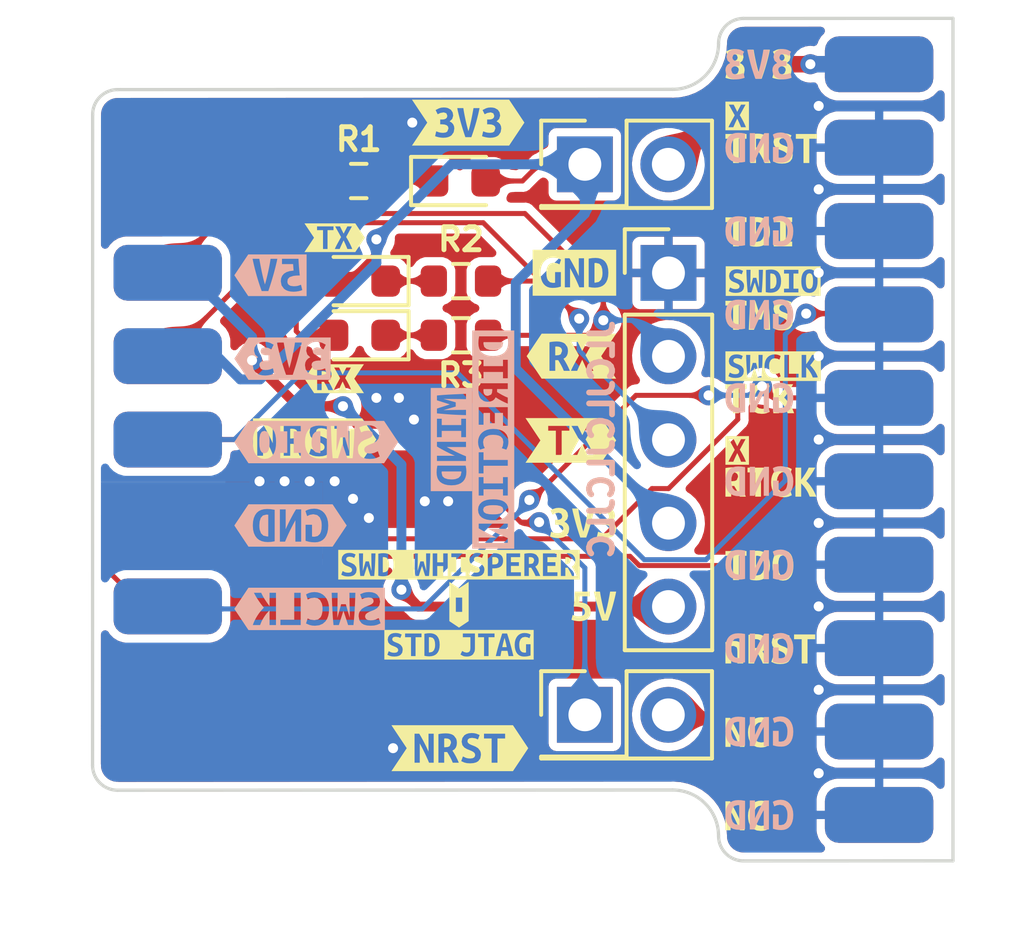
<source format=kicad_pcb>
(kicad_pcb (version 20211014) (generator pcbnew)
  (layers (0 "F.Cu" signal) (31 "B.Cu" signal) (34 "B.Paste" user) (35 "F.Paste" user) (36 "B.SilkS" user "B.Silkscreen") (37 "F.SilkS" user "F.Silkscreen") (38 "B.Mask" user) (39 "F.Mask" user) (44 "Edge.Cuts" user))
  (net 0 "")
  (net 1 "Net-(D1-Pad1)")
  (net 2 "Net-(D2-Pad1)")
  (net 3 "+3V3")
  (net 4 "Net-(D3-Pad1)")
  (net 5 "NRST")
  (net 6 "TDI")
  (net 7 "TDO")
  (net 8 "TX")
  (net 9 "RX")
  (net 10 "+5V")
  (net 11 "SWDIO{slash}TMS")
  (net 12 "GND")
  (net 13 "SWCLK{slash}TCK")
  (net 14 "Net-(J2-Pad2)")
  (net 19 "Net-(J1-Pad2)")
  (footprint "Resistor_SMD:R_0603_1608Metric" (layer "F.Cu") (at 90.71115 100.33 180)
    (fp_text reference "R2")
    (fp_text value "1K")
  )
  (footprint "kibuzzard-632C584F" (layer "F.Cu") (at 94.755732 110.236)
    (fp_text reference "kibuzzard-632C584F" hide)
    (fp_text value "G***" hide)
  )
  (footprint "kibuzzard-632C5A4E" (layer "F.Cu") (at 100.153946 96.2914)
    (fp_text reference "kibuzzard-632C5A4E" hide)
    (fp_text value "G***" hide)
  )
  (footprint "kibuzzard-632C5933" (layer "F.Cu") (at 99.768184 93.726)
    (fp_text reference "kibuzzard-632C5933" hide)
    (fp_text value "G***" hide)
  )
  (footprint "kibuzzard-632C6067" (layer "F.Cu") (at 90.678 114.554)
    (fp_text reference "kibuzzard-632C6067" hide)
    (fp_text value "G***" hide)
  )
  (footprint "kibuzzard-632C5A7C" (layer "F.Cu") (at 99.420283 114.0714)
    (fp_text reference "kibuzzard-632C5A7C" hide)
    (fp_text value "G***" hide)
  )
  (footprint "Resistor_SMD:R_0603_1608Metric" (layer "F.Cu") (at 87.601201 97.282)
    (fp_text reference "R1")
    (fp_text value "1K")
  )
  (footprint "kibuzzard-632C6056" (layer "F.Cu") (at 90.932 95.504)
    (fp_text reference "kibuzzard-632C6056" hide)
    (fp_text value "G***" hide)
  )
  (footprint "Connector_PinHeader_2.54mm:PinHeader_2x01_P2.54mm_Vertical" (layer "F.Cu") (at 94.483 113.538)
    (fp_text reference "J2" hide)
    (fp_text value "Conn_02x01")
  )
  (footprint "kibuzzard-632C5A8E" (layer "F.Cu") (at 100.1268 111.5314)
    (fp_text reference "kibuzzard-632C5A8E" hide)
    (fp_text value "G***" hide)
  )
  (footprint "kibuzzard-632C5ABC" (layer "F.Cu") (at 99.80676 103.9114)
    (fp_text reference "kibuzzard-632C5ABC" hide)
    (fp_text value "G***" hide)
  )
  (footprint "kibuzzard-632C57F8" (layer "F.Cu") (at 94.073583 102.616)
    (fp_text reference "kibuzzard-632C57F8" hide)
    (fp_text value "G***" hide)
  )
  (footprint "kibuzzard-632C6200" (layer "F.Cu") (at 99.119108 95.3008)
    (fp_text reference "kibuzzard-632C6200" hide)
    (fp_text value "G***" hide)
  )
  (footprint "kibuzzard-632C5768" (layer "F.Cu") (at 86.868 99.0092)
    (fp_text reference "kibuzzard-632C5768" hide)
    (fp_text value "G***" hide)
  )
  (footprint "kibuzzard-632C6200" (layer "F.Cu") (at 99.119108 105.4862)
    (fp_text reference "kibuzzard-632C6200" hide)
    (fp_text value "G***" hide)
  )
  (footprint "kibuzzard-632C5A6C" (layer "F.Cu") (at 99.786043 101.3714)
    (fp_text reference "kibuzzard-632C5A6C" hide)
    (fp_text value "G***" hide)
  )
  (footprint "kibuzzard-632C5BCD" (layer "F.Cu") (at 100.214245 100.33)
    (fp_text reference "kibuzzard-632C5BCD" hide)
    (fp_text value "G***" hide)
  )
  (footprint "kibuzzard-632C5AAA" (layer "F.Cu") (at 99.79533 108.9914)
    (fp_text reference "kibuzzard-632C5AAA" hide)
    (fp_text value "G***" hide)
  )
  (footprint "kibuzzard-632C5A78" (layer "F.Cu") (at 99.420283 116.6114)
    (fp_text reference "kibuzzard-632C5A78" hide)
    (fp_text value "G***" hide)
  )
  (footprint "Resistor_SMD:R_0603_1608Metric" (layer "F.Cu") (at 90.711148 101.9792 180)
    (fp_text reference "R3")
    (fp_text value "1K")
  )
  (footprint "Shaojie_Custom:2.54_2X5" (layer "F.Cu") (at 81.788 105.156 -90)
    (fp_text reference "J3" hide)
    (fp_text value "Conn_02x05_Counter_Clockwise" hide)
  )
  (footprint "kibuzzard-632C5B86" (layer "F.Cu") (at 100.214245 102.9208)
    (fp_text reference "kibuzzard-632C5B86" hide)
    (fp_text value "G***" hide)
  )
  (footprint "LED_SMD:LED_0603_1608Metric" (layer "F.Cu") (at 90.678 97.282)
    (fp_text reference "D1" hide)
    (fp_text value "0603_RED")
  )
  (footprint "kibuzzard-632C580A" (layer "F.Cu") (at 94.0562 105.1814)
    (fp_text reference "kibuzzard-632C580A" hide)
    (fp_text value "G***" hide)
  )
  (footprint "kibuzzard-632C5AB4" (layer "F.Cu") (at 100.143231 106.4514)
    (fp_text reference "kibuzzard-632C5AB4" hide)
    (fp_text value "G***" hide)
  )
  (footprint "Connector_PinHeader_2.54mm:PinHeader_2x01_P2.54mm_Vertical" (layer "F.Cu") (at 94.483 96.774)
    (fp_text reference "J1" hide)
    (fp_text value "Conn_02x01")
  )
  (footprint "kibuzzard-632C5F3E" (layer "F.Cu") (at 90.6526 111.4044)
    (fp_text reference "kibuzzard-632C5F3E" hide)
    (fp_text value "G***" hide)
  )
  (footprint "kibuzzard-632C5841" (layer "F.Cu") (at 94.429262 107.696)
    (fp_text reference "kibuzzard-632C5841" hide)
    (fp_text value "G***" hide)
  )
  (footprint "LED_SMD:LED_0603_1608Metric" (layer "F.Cu") (at 87.634351 101.9792 180)
    (fp_text reference "D3" hide)
    (fp_text value "0603_RED")
  )
  (footprint "kibuzzard-632C575C" (layer "F.Cu") (at 86.854479 103.3018)
    (fp_text reference "kibuzzard-632C575C" hide)
    (fp_text value "G***" hide)
  )
  (footprint "LED_SMD:LED_0603_1608Metric" (layer "F.Cu") (at 87.634349 100.33 180)
    (fp_text reference "D2" hide)
    (fp_text value "0603_RED")
  )
  (footprint "Connector_PinHeader_2.54mm:PinHeader_1x05_P2.54mm_Vertical" (layer "F.Cu") (at 97.028 100.081)
    (fp_text reference "J5" hide)
    (fp_text value "Conn_01x05")
  )
  (footprint "kibuzzard-632C5EFB" (layer "F.Cu") (at 90.6526 110.1852 90)
    (fp_text reference "kibuzzard-632C5EFB" hide)
    (fp_text value "G***" hide)
  )
  (footprint "kibuzzard-632C5EE0" (layer "F.Cu") (at 90.6526 108.966)
    (fp_text reference "kibuzzard-632C5EE0" hide)
    (fp_text value "G***" hide)
  )
  (footprint "kibuzzard-632C57D4" (layer "F.Cu") (at 94.16542 100.076)
    (fp_text reference "kibuzzard-632C57D4" hide)
    (fp_text value "G***" hide)
  )
  (footprint "kibuzzard-632C5D32" (layer "F.Cu") (at 86.2584 105.156)
    (fp_text reference "kibuzzard-632C5D32" hide)
    (fp_text value "G***" hide)
  )
  (footprint "Shaojie_Custom:MY_LOGO" (layer "F.Cu") (at 86.106 111.252)
    (fp_text reference "e" hide)
    (fp_text value "MY_LOGO")
  )
  (footprint "kibuzzard-632C5A5B" (layer "F.Cu") (at 99.776756 98.8314)
    (fp_text reference "kibuzzard-632C5A5B" hide)
    (fp_text value "G***" hide)
  )
  (footprint "kibuzzard-632C5D89" (layer "B.Cu") (at 99.793901 98.806 180)
    (fp_text reference "kibuzzard-632C5D1" hide)
    (fp_text value "G***" hide)
  )
  (footprint "kibuzzard-632C5D89" (layer "B.Cu") (at 99.793901 108.966 180)
    (fp_text reference "kibuzzard-632C5D5" hide)
    (fp_text value "G***" hide)
  )
  (footprint "Shaojie_Custom:2.54_2X10" (layer "B.Cu") (at 103.439 98.806 -90)
    (fp_text reference "J4" hide)
    (fp_text value "Conn_02x10_Counter_Clockwise" hide)
  )
  (footprint "kibuzzard-632C5D89" (layer "B.Cu") (at 99.793901 103.886 180)
    (fp_text reference "kibuzzard-632C5D3" hide)
    (fp_text value "G***" hide)
  )
  (footprint "kibuzzard-6336E28C" (layer "B.Cu") (at 84.914846 100.1522 180)
    (fp_text reference "kibuzzard-6336E28C" hide)
    (fp_text value "G***" hide)
  )
  (footprint "kibuzzard-632C5933" (layer "B.Cu") (at 99.768184 93.726 180)
    (fp_text reference "kibuzzard-632C5933" hide)
    (fp_text value "G***" hide)
  )
  (footprint "kibuzzard-632C5CBE" (layer "B.Cu") (at 86.308319 105.2322 180)
    (fp_text reference "kibuzzard-632C5CBE" hide)
    (fp_text value "G***" hide)
  )
  (footprint "kibuzzard-632C5D89" (layer "B.Cu") (at 99.793901 111.506 180)
    (fp_text reference "kibuzzard-632C5D6" hide)
    (fp_text value "G***" hide)
  )
  (footprint "kibuzzard-632C5D89" (layer "B.Cu") (at 99.793901 116.586 180)
    (fp_text reference "kibuzzard-632C5D8" hide)
    (fp_text value "G***" hide)
  )
  (footprint "kibuzzard-6336E204" (layer "B.Cu") (at 85.281294 102.6922 180)
    (fp_text reference "kibuzzard-6336E204" hide)
    (fp_text value "G***" hide)
  )
  (footprint "kibuzzard-632C5D89" (layer "B.Cu") (at 99.793901 106.426 180)
    (fp_text reference "kibuzzard-632C5D4" hide)
    (fp_text value "G***" hide)
  )
  (footprint "kibuzzard-632C5D89" (layer "B.Cu") (at 99.793901 101.346 180)
    (fp_text reference "kibuzzard-632C5D2" hide)
    (fp_text value "G***" hide)
  )
  (footprint "kibuzzard-632C60B1" (layer "B.Cu") (at 91.694 105.156 -90)
    (fp_text reference "kibuzzard-632C60B1" hide)
    (fp_text value "G***" hide)
  )
  (footprint "kibuzzard-632C60E7" (layer "B.Cu") (at 85.524887 107.7722 180)
    (fp_text reference "kibuzzard-632C60E7" hide)
    (fp_text value "G***" hide)
  )
  (footprint "kibuzzard-632C5D89" (layer "B.Cu") (at 99.793901 114.046 180)
    (fp_text reference "kibuzzard-632C5D7" hide)
    (fp_text value "G***" hide)
  )
  (footprint "kibuzzard-632C60B5" (layer "B.Cu") (at 90.424 105.156 -90)
    (fp_text reference "kibuzzard-632C60B5" hide)
    (fp_text value "G***" hide)
  )
  (footprint "kibuzzard-632C5D89" (layer "B.Cu") (at 99.793901 96.266 180)
    (fp_text reference "kibuzzard-632C5D89" hide)
    (fp_text value "G***" hide)
  )
  (footprint "kibuzzard-6336E20B" (layer "B.Cu") (at 86.106 110.3122 180)
    (fp_text reference "kibuzzard-6336E20B" hide)
    (fp_text value "G***" hide)
  )
  (gr_line (start 105.6866 92.329) (end 99.314 92.331772) (layer "Edge.Cuts") (width 0.1))
  (gr_arc (start 97.155001 115.826773) (mid 98.142837 116.235937) (end 98.552001 117.223773) (layer "Edge.Cuts") (width 0.1))
  (gr_arc (start 99.314 117.985772) (mid 98.775186 117.762587) (end 98.552001 117.223773) (layer "Edge.Cuts") (width 0.1))
  (gr_arc (start 80.261229 115.834001) (mid 79.722415 115.610816) (end 79.49923 115.072002) (layer "Edge.Cuts") (width 0.1))
  (gr_arc (start 98.552 93.093772) (mid 98.143812 94.080625) (end 97.157772 94.490772) (layer "Edge.Cuts") (width 0.1))
  (gr_line (start 80.264 94.498) (end 97.157772 94.490772) (layer "Edge.Cuts") (width 0.1))
  (gr_line (start 79.502 95.26) (end 79.49923 115.072002) (layer "Edge.Cuts") (width 0.1))
  (gr_line (start 105.6866 117.983) (end 99.314 117.985772) (layer "Edge.Cuts") (width 0.1))
  (gr_line (start 80.261229 115.834001) (end 97.155001 115.826773) (layer "Edge.Cuts") (width 0.1))
  (gr_arc (start 79.502 95.26) (mid 79.725185 94.721185) (end 80.264 94.498) (layer "Edge.Cuts") (width 0.1))
  (gr_line (start 105.6866 92.329) (end 105.6866 117.983) (layer "Edge.Cuts") (width 0.1))
  (gr_arc (start 98.552 93.093772) (mid 98.775185 92.554957) (end 99.314 92.331772) (layer "Edge.Cuts") (width 0.1))
  (gr_text "JLCJLCJLCJLC" (at 94.996 105.156 90) (layer "B.SilkS") (effects (font (size 0.7 0.7) (thickness 0.175)) (justify mirror)))
  (segment (start 88.4295 97.282) (end 89.9158 97.282) (width 0.152) (layer "F.Cu") (net 1))
  (segment (start 88.421851 100.33) (end 89.886148 100.33) (width 0.152) (layer "F.Cu") (net 2))
  (segment (start 85.8248 101.9792) (end 85.6996 101.854) (width 0.152) (layer "F.Cu") (net 3))
  (segment (start 92.583 97.282) (end 91.4655 97.282) (width 0.152) (layer "F.Cu") (net 3))
  (segment (start 87.2744 100.33) (end 88.138 99.4664) (width 0.152) (layer "F.Cu") (net 3))
  (segment (start 93.091 96.774) (end 92.583 97.282) (width 0.152) (layer "F.Cu") (net 3))
  (segment (start 86.846851 101.9792) (end 85.8248 101.9792) (width 0.152) (layer "F.Cu") (net 3))
  (segment (start 94.483 96.774) (end 93.091 96.774) (width 0.152) (layer "F.Cu") (net 3))
  (segment (start 88.138 99.4664) (end 88.138 99.06) (width 0.152) (layer "F.Cu") (net 3))
  (segment (start 85.6996 101.854) (end 85.6996 100.4062) (width 0.152) (layer "F.Cu") (net 3))
  (segment (start 86.846849 100.33) (end 87.2744 100.33) (width 0.152) (layer "F.Cu") (net 3))
  (segment (start 85.6996 100.4062) (end 85.7758 100.33) (width 0.152) (layer "F.Cu") (net 3))
  (segment (start 85.7758 100.33) (end 86.846849 100.33) (width 0.152) (layer "F.Cu") (net 3))
  (via (at 88.138 99.06) (size 0.61) (drill 0.305) (layers "F.Cu" "B.Cu") (net 3))
  (segment (start 94.483 98.2776) (end 92.3798 100.3808) (width 0.3) (layer "B.Cu") (net 3))
  (segment (start 94.483 96.774) (end 90.424 96.774) (width 0.3) (layer "B.Cu") (net 3))
  (segment (start 90.424 96.774) (end 88.138 99.06) (width 0.3) (layer "B.Cu") (net 3))
  (segment (start 84.594266 103.3245) (end 83.9951 103.3245) (width 0.3) (layer "B.Cu") (net 3))
  (segment (start 97.028 107.6452) (end 97.028 107.701) (width 0.3) (layer "B.Cu") (net 3))
  (segment (start 83.9951 103.3245) (end 83.2866 102.616) (width 0.3) (layer "B.Cu") (net 3))
  (segment (start 94.483 96.774) (end 94.483 98.2776) (width 0.3) (layer "B.Cu") (net 3))
  (segment (start 92.3798 100.3808) (end 92.3798 102.997) (width 0.3) (layer "B.Cu") (net 3))
  (segment (start 92.3798 102.997) (end 97.028 107.6452) (width 0.3) (layer "B.Cu") (net 3))
  (segment (start 88.138 99.780766) (end 84.594266 103.3245) (width 0.3) (layer "B.Cu") (net 3))
  (segment (start 88.138 99.06) (end 88.138 99.780766) (width 0.3) (layer "B.Cu") (net 3))
  (segment (start 83.2866 102.616) (end 81.788 102.616) (width 0.3) (layer "B.Cu") (net 3))
  (segment (start 89.886148 101.9792) (end 88.421849 101.9792) (width 0.152) (layer "F.Cu") (net 4))
  (segment (start 81.788 105.156) (end 90.0176 105.156) (width 0.152) (layer "F.Cu") (net 5))
  (segment (start 90.0176 105.156) (end 91.4654 106.6038) (width 0.152) (layer "F.Cu") (net 5))
  (segment (start 92.5322 107.6706) (end 93.091 107.6706) (width 0.152) (layer "F.Cu") (net 5))
  (segment (start 91.4654 106.6038) (end 92.5322 107.6706) (width 0.152) (layer "F.Cu") (net 5))
  (via (at 93.091 107.6706) (size 0.61) (drill 0.305) (layers "F.Cu" "B.Cu") (net 5))
  (segment (start 94.483 109.0626) (end 94.483 113.538) (width 0.152) (layer "B.Cu") (net 5))
  (segment (start 93.091 107.6706) (end 94.483 109.0626) (width 0.152) (layer "B.Cu") (net 5))
  (segment (start 81.0514 110.236) (end 79.935 109.1196) (width 0.152) (layer "F.Cu") (net 6))
  (segment (start 94.996 108.1786) (end 96.5266 106.648) (width 0.152) (layer "F.Cu") (net 6))
  (segment (start 96.5266 106.648) (end 97.030167 106.648) (width 0.152) (layer "F.Cu") (net 6))
  (segment (start 97.030167 106.648) (end 99.1362 104.541967) (width 0.152) (layer "F.Cu") (net 6))
  (segment (start 99.1362 99.7966) (end 100.1268 98.806) (width 0.152) (layer "F.Cu") (net 6))
  (segment (start 99.1362 104.541967) (end 99.1362 99.7966) (width 0.152) (layer "F.Cu") (net 6))
  (segment (start 84.808226 108.1781) (end 94.6907 108.1781) (width 0.152) (layer "F.Cu") (net 6))
  (segment (start 79.935 109.1196) (end 79.935 106.8566) (width 0.152) (layer "F.Cu") (net 6))
  (segment (start 79.935 106.8566) (end 80.1878 106.6038) (width 0.152) (layer "F.Cu") (net 6))
  (segment (start 100.1268 98.806) (end 103.439 98.806) (width 0.152) (layer "F.Cu") (net 6))
  (segment (start 94.6912 108.1786) (end 94.996 108.1786) (width 0.152) (layer "F.Cu") (net 6))
  (segment (start 83.233926 106.6038) (end 84.808226 108.1781) (width 0.152) (layer "F.Cu") (net 6))
  (segment (start 80.1878 106.6038) (end 83.233926 106.6038) (width 0.152) (layer "F.Cu") (net 6))
  (segment (start 94.6907 108.1781) (end 94.6912 108.1786) (width 0.152) (layer "F.Cu") (net 6))
  (segment (start 81.788 110.236) (end 81.0514 110.236) (width 0.152) (layer "F.Cu") (net 6))
  (segment (start 95.8596 108.712) (end 96.139 108.9914) (width 0.152) (layer "F.Cu") (net 7))
  (segment (start 96.139 108.9914) (end 103.4136 108.9914) (width 0.152) (layer "F.Cu") (net 7))
  (segment (start 81.788 107.696) (end 82.804 108.712) (width 0.152) (layer "F.Cu") (net 7))
  (segment (start 103.4136 108.9914) (end 103.439 108.966) (width 0.152) (layer "F.Cu") (net 7))
  (segment (start 82.804 108.712) (end 95.8596 108.712) (width 0.152) (layer "F.Cu") (net 7))
  (segment (start 93.1672 100.33) (end 91.3892 98.552) (width 0.152) (layer "F.Cu") (net 8))
  (segment (start 85.852 98.552) (end 81.788 102.616) (width 0.152) (layer "F.Cu") (net 8))
  (segment (start 93.1672 100.33) (end 94.3102 101.473) (width 0.152) (layer "F.Cu") (net 8))
  (segment (start 91.53615 100.33) (end 93.1672 100.33) (width 0.152) (layer "F.Cu") (net 8))
  (segment (start 91.3892 98.552) (end 85.852 98.552) (width 0.152) (layer "F.Cu") (net 8))
  (via (at 94.3102 101.473) (size 0.61) (drill 0.305) (layers "F.Cu" "B.Cu") (net 8))
  (segment (start 94.3102 102.4432) (end 94.3102 101.473) (width 0.152) (layer "B.Cu") (net 8))
  (segment (start 97.028 105.161) (end 94.3102 102.4432) (width 0.152) (layer "B.Cu") (net 8))
  (segment (start 95.045018 100.658418) (end 95.045018 101.522788) (width 0.152) (layer "F.Cu") (net 9))
  (segment (start 83.5914 98.2726) (end 92.6592 98.2726) (width 0.152) (layer "F.Cu") (net 9))
  (segment (start 81.788 100.076) (end 83.5914 98.2726) (width 0.152) (layer "F.Cu") (net 9))
  (segment (start 92.6592 98.2726) (end 95.045018 100.658418) (width 0.152) (layer "F.Cu") (net 9))
  (segment (start 94.587306 101.9805) (end 95.045018 101.522788) (width 0.152) (layer "F.Cu") (net 9))
  (segment (start 91.537448 101.9805) (end 94.587306 101.9805) (width 0.152) (layer "F.Cu") (net 9))
  (segment (start 91.536148 101.9792) (end 91.537448 101.9805) (width 0.152) (layer "F.Cu") (net 9))
  (via (at 95.045018 101.522788) (size 0.61) (drill 0.305) (layers "F.Cu" "B.Cu") (net 9))
  (segment (start 95.929788 101.522788) (end 95.045018 101.522788) (width 0.152) (layer "B.Cu") (net 9))
  (segment (start 97.028 102.621) (end 95.929788 101.522788) (width 0.152) (layer "B.Cu") (net 9))
  (segment (start 85.7504 104.14) (end 87.122 104.14) (width 0.3) (layer "F.Cu") (net 10))
  (segment (start 84.3534 102.743) (end 85.7504 104.14) (width 0.3) (layer "F.Cu") (net 10))
  (segment (start 89.413 110.241) (end 88.9 109.728) (width 0.3) (layer "F.Cu") (net 10))
  (segment (start 97.028 110.241) (end 89.413 110.241) (width 0.3) (layer "F.Cu") (net 10))
  (via (at 87.122 104.14) (size 0.61) (drill 0.305) (layers "F.Cu" "B.Cu") (net 10))
  (via (at 84.3534 102.743) (size 0.61) (drill 0.305) (layers "F.Cu" "B.Cu") (net 10))
  (via (at 88.9 109.728) (size 0.61) (drill 0.305) (layers "F.Cu" "B.Cu") (net 10))
  (segment (start 87.122 104.14) (end 88.9 105.918) (width 0.3) (layer "B.Cu") (net 10))
  (segment (start 84.3534 102.0318) (end 82.3976 100.076) (width 0.3) (layer "B.Cu") (net 10))
  (segment (start 88.9 105.918) (end 88.9 109.728) (width 0.3) (layer "B.Cu") (net 10))
  (segment (start 82.3976 100.076) (end 81.788 100.076) (width 0.3) (layer "B.Cu") (net 10))
  (segment (start 84.3534 102.743) (end 84.3534 102.0318) (width 0.3) (layer "B.Cu") (net 10))
  (segment (start 103.4136 101.3206) (end 103.439 101.346) (width 0.152) (layer "F.Cu") (net 11))
  (segment (start 101.219 101.3206) (end 103.4136 101.3206) (width 0.152) (layer "F.Cu") (net 11))
  (via (at 101.219 101.3206) (size 0.61) (drill 0.305) (layers "F.Cu" "B.Cu") (net 11))
  (segment (start 81.788 105.156) (end 83.82 105.156) (width 0.152) (layer "B.Cu") (net 11))
  (segment (start 83.82 105.156) (end 85.8515 103.1245) (width 0.152) (layer "B.Cu") (net 11))
  (segment (start 100.584 106.4006) (end 100.584 101.9556) (width 0.152) (layer "B.Cu") (net 11))
  (segment (start 90.6023 103.1245) (end 96.2914 108.8136) (width 0.152) (layer "B.Cu") (net 11))
  (segment (start 98.171 108.8136) (end 100.584 106.4006) (width 0.152) (layer "B.Cu") (net 11))
  (segment (start 100.584 101.9556) (end 101.219 101.3206) (width 0.152) (layer "B.Cu") (net 11))
  (segment (start 85.8515 103.1245) (end 90.6023 103.1245) (width 0.152) (layer "B.Cu") (net 11))
  (segment (start 96.2914 108.8136) (end 98.171 108.8136) (width 0.152) (layer "B.Cu") (net 11))
  (via (at 101.6 107.696) (size 0.61) (drill 0.305) (layers "F.Cu" "B.Cu") (net 12))
  (via (at 89.6112 107.0356) (size 0.61) (drill 0.305) (layers "F.Cu" "B.Cu") (net 12))
  (via (at 101.6 112.776) (size 0.61) (drill 0.305) (layers "F.Cu" "B.Cu") (net 12))
  (via (at 101.6 102.616) (size 0.61) (drill 0.305) (layers "F.Cu" "B.Cu") (net 12))
  (via (at 89.2302 95.504) (size 0.61) (drill 0.305) (layers "F.Cu" "B.Cu") (net 12))
  (via (at 87.9094 107.5436) (size 0.61) (drill 0.305) (layers "F.Cu" "B.Cu") (net 12))
  (via (at 85.344 106.426) (size 0.61) (drill 0.305) (layers "F.Cu" "B.Cu") (net 12))
  (via (at 101.6 97.536) (size 0.61) (drill 0.305) (layers "F.Cu" "B.Cu") (net 12))
  (via (at 86.868 106.426) (size 0.61) (drill 0.305) (layers "F.Cu" "B.Cu") (net 12))
  (via (at 101.6 115.316) (size 0.61) (drill 0.305) (layers "F.Cu" "B.Cu") (net 12))
  (via (at 101.6 105.156) (size 0.61) (drill 0.305) (layers "F.Cu" "B.Cu") (net 12))
  (via (at 101.6 110.236) (size 0.61) (drill 0.305) (layers "F.Cu" "B.Cu") (net 12))
  (via (at 88.646 114.554) (size 0.61) (drill 0.305) (layers "F.Cu" "B.Cu") (net 12))
  (via (at 88.8238 103.886) (size 0.61) (drill 0.305) (layers "F.Cu" "B.Cu") (net 12))
  (via (at 84.582 106.426) (size 0.61) (drill 0.305) (layers "F.Cu" "B.Cu") (net 12))
  (via (at 90.3224 107.0356) (size 0.61) (drill 0.305) (layers "F.Cu" "B.Cu") (net 12))
  (via (at 86.106 106.426) (size 0.61) (drill 0.305) (layers "F.Cu" "B.Cu") (net 12))
  (via (at 89.281 104.5464) (size 0.61) (drill 0.305) (layers "F.Cu" "B.Cu") (net 12))
  (via (at 101.6 100.076) (size 0.61) (drill 0.305) (layers "F.Cu" "B.Cu") (net 12))
  (via (at 101.6 94.996) (size 0.61) (drill 0.305) (layers "F.Cu" "B.Cu") (net 12))
  (via (at 87.4268 106.9594) (size 0.61) (drill 0.305) (layers "F.Cu" "B.Cu") (net 12))
  (via (at 88.138 103.886) (size 0.61) (drill 0.305) (layers "F.Cu" "B.Cu") (net 12))
  (segment (start 81.793 107.701) (end 81.788 107.696) (width 0.5) (layer "B.Cu") (net 12))
  (segment (start 100.227486 103.886) (end 99.8733 103.531814) (width 0.152) (layer "F.Cu") (net 13))
  (segment (start 96.0374 103.8098) (end 92.850732 106.996468) (width 0.152) (layer "F.Cu") (net 13))
  (segment (start 103.439 103.886) (end 100.227486 103.886) (width 0.152) (layer "F.Cu") (net 13))
  (segment (start 98.2472 103.8098) (end 96.0374 103.8098) (width 0.152) (layer "F.Cu") (net 13))
  (segment (start 92.850732 106.996468) (end 92.794382 106.996468) (width 0.152) (layer "F.Cu") (net 13))
  (via (at 99.8733 103.531814) (size 0.61) (drill 0.305) (layers "F.Cu" "B.Cu") (net 13))
  (via (at 92.794382 106.996468) (size 0.61) (drill 0.305) (layers "F.Cu" "B.Cu") (net 13))
  (via (at 98.2472 103.8098) (size 0.61) (drill 0.305) (layers "F.Cu" "B.Cu") (net 13))
  (segment (start 92.794382 107.052818) (end 92.794382 106.996468) (width 0.152) (layer "B.Cu") (net 13))
  (segment (start 89.535 110.3122) (end 92.794382 107.052818) (width 0.152) (layer "B.Cu") (net 13))
  (segment (start 81.8642 110.3122) (end 89.535 110.3122) (width 0.152) (layer "B.Cu") (net 13))
  (segment (start 81.788 110.236) (end 81.8642 110.3122) (width 0.152) (layer "B.Cu") (net 13))
  (segment (start 98.2472 103.8098) (end 99.595314 103.8098) (width 0.152) (layer "B.Cu") (net 13))
  (segment (start 99.595314 103.8098) (end 99.8733 103.531814) (width 0.152) (layer "B.Cu") (net 13))
  (segment (start 98.5774 113.538) (end 100.6094 111.506) (width 0.152) (layer "F.Cu") (net 14))
  (segment (start 100.6094 111.506) (end 103.439 111.506) (width 0.152) (layer "F.Cu") (net 14))
  (segment (start 97.023 113.538) (end 98.5774 113.538) (width 0.152) (layer "F.Cu") (net 14))
  (segment (start 103.439 93.726) (end 101.346 93.726) (width 0.5) (layer "F.Cu") (net 19))
  (segment (start 100.071 93.726) (end 101.346 93.726) (width 0.5) (layer "F.Cu") (net 19))
  (segment (start 97.023 96.774) (end 100.071 93.726) (width 0.5) (layer "F.Cu") (net 19))
  (via (at 101.346 93.726) (size 0.61) (drill 0.305) (layers "F.Cu" "B.Cu") (net 19))
  (segment (start 103.439 93.726) (end 101.346 93.726) (width 0.5) (layer "B.Cu") (net 19))
  (zone (net 9) (net_name "RX") (layer "F.Cu") (name "GND") (priority 16962) (connect_pads yes (clearance 0)) (min_thickness 0.0254) (fill yes (thermal_gap 0.508) (thermal_bridge_width 0.508))
    (polygon (pts (xy 92.327448 101.9045) (xy 92.278968 101.903365) (xy 92.234995 101.900051) (xy 92.195088 101.89469) (xy 92.158806 101.887416) (xy 92.125708 101.878362) (xy 92.095353 101.867662) (xy 92.067302 101.85545) (xy 92.041112 101.841859) (xy 92.016345 101.827022) (xy 91.992558 101.811073) (xy 91.969311 101.794145) (xy 91.946165 101.776372) (xy 91.922677 101.757888) (xy 91.898407 101.738825) (xy 91.872916 101.719318) (xy 91.845761 101.699499) (xy 91.816502 101.679503) (xy 91.7847 101.659462) (xy 91.749912 101.63951) (xy 91.711699 101.619782) (xy 91.33615 101.978536) (xy 91.709306 102.339777) (xy 91.747731 102.320259) (xy 91.782713 102.300496) (xy 91.814692 102.280624) (xy 91.844111 102.260777) (xy 91.871411 102.24109) (xy 91.897037 102.221697) (xy 91.921428 102.202733) (xy 91.945028 102.184332) (xy 91.968279 102.16663) (xy 91.991623 102.149761) (xy 92.015501 102.133859) (xy 92.040357 102.119059) (xy 92.066633 102.105497) (xy 92.09477 102.093305) (xy 92.125211 102.08262) (xy 92.158398 102.073576) (xy 92.194772 102.066307) (xy 92.234778 102.060948) (xy 92.278855 102.057634) (xy 92.327448 102.0565)))
  )
  (zone (net 14) (net_name "Net-(J2-Pad2)") (layer "F.Cu") (name "GND") (priority 16962) (connect_pads yes (clearance 0)) (min_thickness 0.0254) (fill yes (thermal_gap 0.508) (thermal_bridge_width 0.508))
    (polygon (pts (xy 98.626614 113.381306) (xy 98.555788 113.444606) (xy 98.488828 113.489605) (xy 98.42525 113.51771) (xy 98.364572 113.530325) (xy 98.306309 113.528858) (xy 98.249978 113.514713) (xy 98.195096 113.489298) (xy 98.141179 113.454018) (xy 98.087745 113.410279) (xy 98.034308 113.359487) (xy 97.980387 113.303049) (xy 97.925497 113.24237) (xy 97.869155 113.178857) (xy 97.810878 113.113914) (xy 97.750183 113.04895) (xy 97.686585 112.985368) (xy 97.619602 112.924577) (xy 97.54875 112.867981) (xy 97.473546 112.816986) (xy 97.393506 112.773) (xy 96.598 113.538) (xy 97.62404 114.13904) (xy 97.683659 114.082754) (xy 97.741229 114.034725) (xy 97.797019 113.993993) (xy 97.851298 113.9596) (xy 97.904337 113.930586) (xy 97.956403 113.905993) (xy 98.007767 113.884861) (xy 98.058697 113.866232) (xy 98.109463 113.849146) (xy 98.160335 113.832644) (xy 98.211581 113.815768) (xy 98.263471 113.797558) (xy 98.316275 113.777055) (xy 98.370261 113.753301) (xy 98.425699 113.725336) (xy 98.482858 113.692202) (xy 98.542008 113.652938) (xy 98.603417 113.606587) (xy 98.667356 113.552189) (xy 98.734094 113.488786)))
  )
  (zone (net 1) (net_name "Net-(D1-Pad1)") (layer "F.Cu") (name "GND") (priority 16962) (connect_pads yes (clearance 0)) (min_thickness 0.0254) (fill yes (thermal_gap 0.508) (thermal_bridge_width 0.508))
    (polygon (pts (xy 89.2195 97.206) (xy 89.170831 97.204867) (xy 89.126681 97.20156) (xy 89.086607 97.196211) (xy 89.050166 97.188953) (xy 89.016917 97.179919) (xy 88.986417 97.169243) (xy 88.958225 97.157059) (xy 88.931898 97.143499) (xy 88.906994 97.128696) (xy 88.883072 97.112785) (xy 88.859688 97.095898) (xy 88.836402 97.078168) (xy 88.812771 97.05973) (xy 88.788352 97.040715) (xy 88.762704 97.021258) (xy 88.735385 97.001492) (xy 88.705953 96.981549) (xy 88.673965 96.961564) (xy 88.63898 96.94167) (xy 88.600556 96.922) (xy 88.226201 97.282) (xy 88.600556 97.642) (xy 88.63898 97.622329) (xy 88.673965 97.602435) (xy 88.705953 97.58245) (xy 88.735385 97.562507) (xy 88.762704 97.542741) (xy 88.788352 97.523284) (xy 88.812771 97.504269) (xy 88.836402 97.485831) (xy 88.859688 97.468101) (xy 88.883072 97.451214) (xy 88.906994 97.435303) (xy 88.931898 97.4205) (xy 88.958225 97.40694) (xy 88.986417 97.394756) (xy 89.016917 97.38408) (xy 89.050166 97.375046) (xy 89.086607 97.367788) (xy 89.126681 97.362439) (xy 89.170831 97.359132) (xy 89.2195 97.358)))
  )
  (zone (net 4) (net_name "Net-(D3-Pad1)") (layer "F.Cu") (name "GND") (priority 16962) (connect_pads yes (clearance 0)) (min_thickness 0.0254) (fill yes (thermal_gap 0.508) (thermal_bridge_width 0.508))
    (polygon (pts (xy 89.096148 102.0552) (xy 89.144597 102.056336) (xy 89.188541 102.059654) (xy 89.22842 102.065021) (xy 89.264676 102.072301) (xy 89.297749 102.08136) (xy 89.32808 102.092064) (xy 89.35611 102.104277) (xy 89.382281 102.117865) (xy 89.407033 102.132694) (xy 89.430807 102.148629) (xy 89.454045 102.165535) (xy 89.477186 102.183278) (xy 89.500673 102.201723) (xy 89.524947 102.220736) (xy 89.550447 102.240182) (xy 89.577616 102.259927) (xy 89.606894 102.279836) (xy 89.638722 102.299774) (xy 89.673541 102.319606) (xy 89.711793 102.3392) (xy 90.086148 101.9792) (xy 89.711793 101.6192) (xy 89.673541 101.638793) (xy 89.638722 101.658625) (xy 89.606894 101.678563) (xy 89.577616 101.698472) (xy 89.550447 101.718217) (xy 89.524947 101.737663) (xy 89.500673 101.756676) (xy 89.477186 101.775121) (xy 89.454045 101.792864) (xy 89.430807 101.80977) (xy 89.407033 101.825705) (xy 89.382281 101.840534) (xy 89.35611 101.854122) (xy 89.32808 101.866335) (xy 89.297749 101.877039) (xy 89.264676 101.886098) (xy 89.22842 101.893378) (xy 89.188541 101.898745) (xy 89.144597 101.902063) (xy 89.096148 101.9032)))
  )
  (zone (net 14) (net_name "Net-(J2-Pad2)") (layer "F.Cu") (name "GND") (priority 16962) (connect_pads yes (clearance 0)) (min_thickness 0.0254) (fill yes (thermal_gap 0.508) (thermal_bridge_width 0.508))
    (polygon (pts (xy 101.749 111.582) (xy 101.855074 111.584937) (xy 101.950705 111.593494) (xy 102.036929 111.607287) (xy 102.114785 111.625931) (xy 102.185309 111.649044) (xy 102.249538 111.676241) (xy 102.308508 111.70714) (xy 102.363258 111.741355) (xy 102.414824 111.778503) (xy 102.464243 111.818202) (xy 102.512552 111.860066) (xy 102.560787 111.903712) (xy 102.609988 111.948757) (xy 102.661189 111.994817) (xy 102.715428 112.041508) (xy 102.773743 112.088447) (xy 102.83717 112.135249) (xy 102.906746 112.181531) (xy 102.983508 112.226909) (xy 103.068494 112.271) (xy 103.864 111.506) (xy 103.068494 110.741) (xy 102.983508 110.78509) (xy 102.906746 110.830468) (xy 102.83717 110.87675) (xy 102.773743 110.923552) (xy 102.715428 110.970491) (xy 102.661189 111.017182) (xy 102.609988 111.063242) (xy 102.560787 111.108287) (xy 102.512552 111.151933) (xy 102.464243 111.193797) (xy 102.414824 111.233496) (xy 102.363258 111.270644) (xy 102.308508 111.304859) (xy 102.249538 111.335758) (xy 102.185309 111.362955) (xy 102.114785 111.386068) (xy 102.036929 111.404712) (xy 101.950705 111.418505) (xy 101.855074 111.427062) (xy 101.749 111.43)))
  )
  (zone (net 11) (net_name "SWDIO{slash}TMS") (layer "F.Cu") (name "GND") (priority 16962) (connect_pads yes (clearance 0)) (min_thickness 0.0254) (fill yes (thermal_gap 0.508) (thermal_bridge_width 0.508))
    (polygon (pts (xy 101.824 101.2446) (xy 101.787338 101.24385) (xy 101.753956 101.241654) (xy 101.723536 101.238091) (xy 101.69576 101.233243) (xy 101.670312 101.227188) (xy 101.646872 101.220008) (xy 101.625125 101.211782) (xy 101.604753 101.202589) (xy 101.585437 101.192511) (xy 101.566861 101.181628) (xy 101.548708 101.170019) (xy 101.530659 101.157764) (xy 101.512398 101.144944) (xy 101.493606 101.131639) (xy 101.473967 101.117928) (xy 101.453162 101.103893) (xy 101.430876 101.089612) (xy 101.406789 101.075166) (xy 101.380585 101.060635) (xy 101.351946 101.0461) (xy 101.0665 101.3206) (xy 101.351946 101.5951) (xy 101.380585 101.580564) (xy 101.406789 101.566033) (xy 101.430876 101.551587) (xy 101.453162 101.537306) (xy 101.473967 101.523271) (xy 101.493606 101.50956) (xy 101.512398 101.496255) (xy 101.530659 101.483435) (xy 101.548708 101.47118) (xy 101.566861 101.459571) (xy 101.585437 101.448688) (xy 101.604753 101.43861) (xy 101.625125 101.429417) (xy 101.646872 101.421191) (xy 101.670312 101.414011) (xy 101.69576 101.407956) (xy 101.723536 101.403108) (xy 101.753956 101.399545) (xy 101.787338 101.397349) (xy 101.824 101.3966)))
  )
  (zone (net 10) (net_name "+5V") (layer "F.Cu") (name "GND") (priority 16962) (connect_pads yes (clearance 0)) (min_thickness 0.0254) (fill yes (thermal_gap 0.508) (thermal_bridge_width 0.508))
    (polygon (pts (xy 86.517 104.29) (xy 86.552209 104.290293) (xy 86.584768 104.291178) (xy 86.614915 104.292659) (xy 86.642887 104.294743) (xy 86.668922 104.297434) (xy 86.69326 104.300739) (xy 86.716137 104.304662) (xy 86.737793 104.30921) (xy 86.758465 104.314388) (xy 86.778391 104.320201) (xy 86.79781 104.326655) (xy 86.81696 104.333756) (xy 86.836079 104.341508) (xy 86.855406 104.349918) (xy 86.875178 104.358992) (xy 86.895633 104.368734) (xy 86.91701 104.37915) (xy 86.939547 104.390246) (xy 86.963482 104.402027) (xy 86.989054 104.4145) (xy 87.2745 104.14) (xy 86.989054 103.8655) (xy 86.963482 103.877972) (xy 86.939547 103.889753) (xy 86.91701 103.900849) (xy 86.895633 103.911265) (xy 86.875178 103.921007) (xy 86.855406 103.930081) (xy 86.836079 103.938491) (xy 86.81696 103.946243) (xy 86.79781 103.953344) (xy 86.778391 103.959798) (xy 86.758465 103.965611) (xy 86.737793 103.970789) (xy 86.716137 103.975337) (xy 86.69326 103.97926) (xy 86.668922 103.982565) (xy 86.642887 103.985256) (xy 86.614915 103.98734) (xy 86.584768 103.988821) (xy 86.552209 103.989706) (xy 86.517 103.99)))
  )
  (zone (net 3) (net_name "+3V3") (layer "F.Cu") (name "GND") (priority 16962) (connect_pads yes (clearance 0)) (min_thickness 0.0254) (fill yes (thermal_gap 0.508) (thermal_bridge_width 0.508))
    (polygon (pts (xy 85.979351 102.0552) (xy 86.032759 102.056483) (xy 86.081159 102.060229) (xy 86.125043 102.066285) (xy 86.164901 102.074495) (xy 86.201226 102.084706) (xy 86.234508 102.096763) (xy 86.265239 102.110511) (xy 86.29391 102.125797) (xy 86.321013 102.142466) (xy 86.347039 102.160363) (xy 86.372478 102.179334) (xy 86.397824 102.199226) (xy 86.423566 102.219883) (xy 86.450197 102.241151) (xy 86.478207 102.262876) (xy 86.508088 102.284903) (xy 86.540332 102.307078) (xy 86.575429 102.329247) (xy 86.613871 102.351256) (xy 86.65615 102.37295) (xy 87.065601 101.9792) (xy 86.65615 101.58545) (xy 86.613871 101.607143) (xy 86.575429 101.629152) (xy 86.540332 101.651321) (xy 86.508088 101.673496) (xy 86.478207 101.695523) (xy 86.450197 101.717248) (xy 86.423566 101.738516) (xy 86.397824 101.759173) (xy 86.372478 101.779065) (xy 86.347039 101.798036) (xy 86.321013 101.815933) (xy 86.29391 101.832602) (xy 86.265239 101.847888) (xy 86.234508 101.861636) (xy 86.201226 101.873693) (xy 86.164901 101.883904) (xy 86.125043 101.892114) (xy 86.081159 101.89817) (xy 86.032759 101.901916) (xy 85.979351 101.9032)))
  )
  (zone (net 5) (net_name "NRST") (layer "F.Cu") (name "GND") (priority 16962) (connect_pads yes (clearance 0)) (min_thickness 0.0254) (fill yes (thermal_gap 0.508) (thermal_bridge_width 0.508))
    (polygon (pts (xy 83.478 105.08) (xy 83.371925 105.077062) (xy 83.276294 105.068505) (xy 83.19007 105.054712) (xy 83.112214 105.036068) (xy 83.04169 105.012955) (xy 82.977461 104.985758) (xy 82.918491 104.954859) (xy 82.863741 104.920644) (xy 82.812175 104.883496) (xy 82.762756 104.843797) (xy 82.714447 104.801933) (xy 82.666212 104.758287) (xy 82.617011 104.713242) (xy 82.56581 104.667182) (xy 82.511571 104.620491) (xy 82.453256 104.573552) (xy 82.389829 104.52675) (xy 82.320253 104.480468) (xy 82.243491 104.43509) (xy 82.158506 104.391) (xy 81.363 105.156) (xy 82.158506 105.921) (xy 82.243491 105.876909) (xy 82.320253 105.831531) (xy 82.389829 105.785249) (xy 82.453256 105.738447) (xy 82.511571 105.691508) (xy 82.56581 105.644817) (xy 82.617011 105.598757) (xy 82.666212 105.553712) (xy 82.714447 105.510066) (xy 82.762756 105.468202) (xy 82.812175 105.428503) (xy 82.863741 105.391355) (xy 82.918491 105.35714) (xy 82.977461 105.326241) (xy 83.04169 105.299044) (xy 83.112214 105.275931) (xy 83.19007 105.257287) (xy 83.276294 105.243494) (xy 83.371925 105.234937) (xy 83.478 105.232)))
  )
  (zone (net 8) (net_name "TX") (layer "F.Cu") (name "GND") (priority 16962) (connect_pads yes (clearance 0)) (min_thickness 0.0254) (fill yes (thermal_gap 0.508) (thermal_bridge_width 0.508))
    (polygon (pts (xy 82.929269 101.367251) (xy 82.852186 101.440179) (xy 82.778514 101.501749) (xy 82.707791 101.552967) (xy 82.639555 101.594835) (xy 82.573344 101.62836) (xy 82.508696 101.654545) (xy 82.445149 101.674395) (xy 82.382242 101.688915) (xy 82.319511 101.699109) (xy 82.256496 101.705983) (xy 82.192734 101.71054) (xy 82.127763 101.713785) (xy 82.061122 101.716723) (xy 81.992348 101.720358) (xy 81.92098 101.725696) (xy 81.846555 101.73374) (xy 81.768611 101.745495) (xy 81.686687 101.761967) (xy 81.600321 101.784159) (xy 81.509051 101.813076) (xy 81.48748 102.91652) (xy 82.590924 102.894949) (xy 82.61984 102.803678) (xy 82.642032 102.717312) (xy 82.658504 102.635388) (xy 82.670259 102.557444) (xy 82.678303 102.483019) (xy 82.683641 102.411651) (xy 82.687276 102.342877) (xy 82.690214 102.276236) (xy 82.693459 102.211265) (xy 82.698016 102.147503) (xy 82.70489 102.084488) (xy 82.715084 102.021757) (xy 82.729604 101.95885) (xy 82.749454 101.895303) (xy 82.775639 101.830655) (xy 82.809164 101.764444) (xy 82.851032 101.696208) (xy 82.90225 101.625485) (xy 82.96382 101.551813) (xy 83.036749 101.474731)))
  )
  (zone (net 13) (net_name "SWCLK{slash}TCK") (layer "F.Cu") (name "GND") (priority 16962) (connect_pads yes (clearance 0)) (min_thickness 0.0254) (fill yes (thermal_gap 0.508) (thermal_bridge_width 0.508))
    (polygon (pts (xy 97.6422 103.8858) (xy 97.678861 103.886549) (xy 97.712243 103.888745) (xy 97.742663 103.892308) (xy 97.770439 103.897156) (xy 97.795887 103.903211) (xy 97.819327 103.910391) (xy 97.841074 103.918617) (xy 97.861446 103.92781) (xy 97.880762 103.937888) (xy 97.899338 103.948771) (xy 97.917491 103.96038) (xy 97.93554 103.972635) (xy 97.953801 103.985455) (xy 97.972593 103.99876) (xy 97.992232 104.012471) (xy 98.013037 104.026506) (xy 98.035323 104.040787) (xy 98.05941 104.055233) (xy 98.085614 104.069764) (xy 98.114254 104.0843) (xy 98.3997 103.8098) (xy 98.114254 103.5353) (xy 98.085614 103.549835) (xy 98.05941 103.564366) (xy 98.035323 103.578812) (xy 98.013037 103.593093) (xy 97.992232 103.607128) (xy 97.972593 103.620839) (xy 97.953801 103.634144) (xy 97.93554 103.646964) (xy 97.917491 103.659219) (xy 97.899338 103.670828) (xy 97.880762 103.681711) (xy 97.861446 103.691789) (xy 97.841074 103.700982) (xy 97.819327 103.709208) (xy 97.795887 103.716388) (xy 97.770439 103.722443) (xy 97.742663 103.727291) (xy 97.712243 103.730854) (xy 97.678861 103.73305) (xy 97.6422 103.7338)))
  )
  (zone (net 13) (net_name "SWCLK{slash}TCK") (layer "F.Cu") (name "GND") (priority 16962) (connect_pads yes (clearance 0)) (min_thickness 0.0254) (fill yes (thermal_gap 0.508) (thermal_bridge_width 0.508))
    (polygon (pts (xy 93.203577 106.536143) (xy 93.177795 106.560869) (xy 93.153235 106.582322) (xy 93.129732 106.600755) (xy 93.10712 106.616422) (xy 93.085235 106.629577) (xy 93.063911 106.640473) (xy 93.042983 106.649365) (xy 93.022287 106.656505) (xy 93.001656 106.662148) (xy 92.980927 106.666547) (xy 92.959933 106.669956) (xy 92.93851 106.672629) (xy 92.916492 106.674819) (xy 92.893715 106.67678) (xy 92.870013 106.678766) (xy 92.845221 106.68103) (xy 92.819174 106.683827) (xy 92.791708 106.687409) (xy 92.762656 106.692031) (xy 92.731854 106.697947) (xy 92.673675 107.089667) (xy 93.06737 107.132491) (xy 93.082053 107.101637) (xy 93.094635 107.072526) (xy 93.10542 107.04498) (xy 93.114716 107.018821) (xy 93.12283 106.99387) (xy 93.130067 106.96995) (xy 93.136735 106.946883) (xy 93.143139 106.92449) (xy 93.149587 106.902594) (xy 93.156385 106.881018) (xy 93.163839 106.859581) (xy 93.172257 106.838108) (xy 93.181944 106.816419) (xy 93.193207 106.794338) (xy 93.206354 106.771685) (xy 93.221689 106.748283) (xy 93.239521 106.723953) (xy 93.260155 106.698519) (xy 93.283898 106.671801) (xy 93.311057 106.643623)))
  )
  (zone (net 11) (net_name "SWDIO{slash}TMS") (layer "F.Cu") (name "GND") (priority 16962) (connect_pads yes (clearance 0)) (min_thickness 0.0254) (fill yes (thermal_gap 0.508) (thermal_bridge_width 0.508))
    (polygon (pts (xy 101.7336 101.3966) (xy 101.839702 101.399513) (xy 101.935372 101.408012) (xy 102.021639 101.42173) (xy 102.099531 101.440302) (xy 102.170076 101.463363) (xy 102.234303 101.490549) (xy 102.29324 101.521493) (xy 102.347915 101.55583) (xy 102.399358 101.593196) (xy 102.448595 101.633225) (xy 102.496656 101.675553) (xy 102.544569 101.719813) (xy 102.593362 101.765642) (xy 102.644064 101.812672) (xy 102.697704 101.860541) (xy 102.755309 101.908882) (xy 102.817907 101.95733) (xy 102.886529 102.00552) (xy 102.962201 102.053087) (xy 103.045952 102.099666) (xy 103.863812 101.358614) (xy 103.091363 100.570341) (xy 103.003565 100.612587) (xy 102.924189 100.656278) (xy 102.852179 100.701023) (xy 102.786482 100.746432) (xy 102.726043 100.792114) (xy 102.669808 100.837678) (xy 102.616723 100.882735) (xy 102.565734 100.926894) (xy 102.515787 100.969764) (xy 102.465826 101.010955) (xy 102.414799 101.050076) (xy 102.361651 101.086736) (xy 102.305327 101.120547) (xy 102.244774 101.151116) (xy 102.178937 101.178053) (xy 102.106762 101.200969) (xy 102.027195 101.219471) (xy 101.939182 101.233171) (xy 101.841668 101.241677) (xy 101.7336 101.2446)))
  )
  (zone (net 10) (net_name "+5V") (layer "F.Cu") (name "GND") (priority 16962) (connect_pads yes (clearance 0)) (min_thickness 0.0254) (fill yes (thermal_gap 0.508) (thermal_bridge_width 0.508))
    (polygon (pts (xy 89.433865 110.049733) (xy 89.409175 110.024628) (xy 89.386778 110.000979) (xy 89.366509 109.978615) (xy 89.348203 109.957363) (xy 89.331696 109.93705) (xy 89.316824 109.917504) (xy 89.303422 109.898553) (xy 89.291325 109.880025) (xy 89.280368 109.861746) (xy 89.270389 109.843546) (xy 89.261221 109.825251) (xy 89.252701 109.806689) (xy 89.244663 109.787688) (xy 89.236945 109.768075) (xy 89.22938 109.747678) (xy 89.221804 109.726326) (xy 89.214054 109.703845) (xy 89.205964 109.680062) (xy 89.19737 109.654807) (xy 89.188108 109.627907) (xy 88.792167 109.620167) (xy 88.799907 110.016108) (xy 88.826807 110.02537) (xy 88.852062 110.033964) (xy 88.875845 110.042054) (xy 88.898326 110.049804) (xy 88.919678 110.05738) (xy 88.940075 110.064945) (xy 88.959688 110.072663) (xy 88.978689 110.080701) (xy 88.997251 110.089221) (xy 89.015546 110.098389) (xy 89.033746 110.108368) (xy 89.052025 110.119325) (xy 89.070553 110.131422) (xy 89.089504 110.144824) (xy 89.10905 110.159696) (xy 89.129363 110.176203) (xy 89.150615 110.194509) (xy 89.172979 110.214778) (xy 89.196628 110.237175) (xy 89.221733 110.261865)))
  )
  (zone (net 13) (net_name "SWCLK{slash}TCK") (layer "F.Cu") (name "GND") (priority 16962) (connect_pads yes (clearance 0)) (min_thickness 0.0254) (fill yes (thermal_gap 0.508) (thermal_bridge_width 0.508))
    (polygon (pts (xy 100.341591 103.81) (xy 100.312348 103.808479) (xy 100.287246 103.804039) (xy 100.26595 103.796861) (xy 100.248125 103.787126) (xy 100.233435 103.775016) (xy 100.221545 103.760712) (xy 100.21212 103.744396) (xy 100.204826 103.726249) (xy 100.199325 103.706452) (xy 100.195285 103.685187) (xy 100.192368 103.662636) (xy 100.190241 103.63898) (xy 100.188568 103.6144) (xy 100.187013 103.589078) (xy 100.185242 103.563195) (xy 100.182919 103.536933) (xy 100.17971 103.510473) (xy 100.175278 103.483996) (xy 100.169289 103.457685) (xy 100.161408 103.431721) (xy 99.765467 103.423981) (xy 99.8733 103.836814) (xy 99.903408 103.837721) (xy 99.930919 103.840319) (xy 99.956147 103.844419) (xy 99.979408 103.849833) (xy 100.001018 103.856374) (xy 100.021291 103.863854) (xy 100.040545 103.872085) (xy 100.059094 103.880879) (xy 100.077254 103.890049) (xy 100.09534 103.899407) (xy 100.113668 103.908764) (xy 100.132554 103.917934) (xy 100.152314 103.926728) (xy 100.173262 103.934959) (xy 100.195715 103.942439) (xy 100.219987 103.94898) (xy 100.246396 103.954394) (xy 100.275255 103.958494) (xy 100.306882 103.961092) (xy 100.341591 103.962)))
  )
  (zone (net 7) (net_name "TDO") (layer "F.Cu") (name "GND") (priority 16962) (connect_pads yes (clearance 0)) (min_thickness 0.0254) (fill yes (thermal_gap 0.508) (thermal_bridge_width 0.508))
    (polygon (pts (xy 83.067159 108.636) (xy 82.976487 108.631082) (xy 82.899981 108.616725) (xy 82.836453 108.593517) (xy 82.784715 108.56205) (xy 82.743579 108.522913) (xy 82.711857 108.476698) (xy 82.688361 108.423994) (xy 82.671902 108.365393) (xy 82.661294 108.301484) (xy 82.655347 108.232857) (xy 82.652875 108.160105) (xy 82.652688 108.083816) (xy 82.653599 108.004581) (xy 82.65442 107.922991) (xy 82.653963 107.839635) (xy 82.651039 107.755106) (xy 82.644462 107.669992) (xy 82.633042 107.584885) (xy 82.615592 107.500374) (xy 82.590924 107.417051) (xy 81.48748 107.39548) (xy 81.788 108.546) (xy 81.871077 108.547754) (xy 81.947045 108.552776) (xy 82.016752 108.560701) (xy 82.081048 108.571168) (xy 82.140783 108.583812) (xy 82.196806 108.598271) (xy 82.249967 108.614183) (xy 82.301116 108.631184) (xy 82.351101 108.64891) (xy 82.400773 108.667) (xy 82.45098 108.685089) (xy 82.502574 108.702816) (xy 82.556403 108.719816) (xy 82.613317 108.735728) (xy 82.674165 108.750187) (xy 82.739797 108.762832) (xy 82.811063 108.773298) (xy 82.888812 108.781224) (xy 82.973894 108.786245) (xy 83.067159 108.788)))
  )
  (zone (net 3) (net_name "+3V3") (layer "F.Cu") (name "GND") (priority 16962) (connect_pads yes (clearance 0)) (min_thickness 0.0254) (fill yes (thermal_gap 0.508) (thermal_bridge_width 0.508))
    (polygon (pts (xy 85.979349 100.406) (xy 86.032757 100.407283) (xy 86.081157 100.411029) (xy 86.125041 100.417085) (xy 86.164899 100.425295) (xy 86.201224 100.435506) (xy 86.234506 100.447563) (xy 86.265237 100.461311) (xy 86.293908 100.476597) (xy 86.321011 100.493266) (xy 86.347037 100.511163) (xy 86.372476 100.530134) (xy 86.397822 100.550026) (xy 86.423564 100.570683) (xy 86.450195 100.591951) (xy 86.478205 100.613676) (xy 86.508086 100.635703) (xy 86.54033 100.657878) (xy 86.575427 100.680047) (xy 86.613869 100.702056) (xy 86.656148 100.72375) (xy 87.065599 100.33) (xy 86.656148 99.93625) (xy 86.613869 99.957943) (xy 86.575427 99.979952) (xy 86.54033 100.002121) (xy 86.508086 100.024296) (xy 86.478205 100.046323) (xy 86.450195 100.068048) (xy 86.423564 100.089316) (xy 86.397822 100.109973) (xy 86.372476 100.129865) (xy 86.347037 100.148836) (xy 86.321011 100.166733) (xy 86.293908 100.183402) (xy 86.265237 100.198688) (xy 86.234506 100.212436) (xy 86.201224 100.224493) (xy 86.164899 100.234704) (xy 86.125041 100.242914) (xy 86.081157 100.24897) (xy 86.032757 100.252716) (xy 85.979349 100.254)))
  )
  (zone (net 12) (net_name "GND") (layers F&B.Cu) (name "GND") (connect_pads (clearance 0.254)) (min_thickness 0.254) (fill yes (thermal_gap 0.254) (thermal_bridge_width 0.254))
    (polygon (pts (xy 107.8484 120.0658) (xy 76.6826 120.0658) (xy 76.6826 91.7702) (xy 107.8484 91.7702)))
  )
  (zone (net 13) (net_name "SWCLK{slash}TCK") (layer "F.Cu") (name "GND") (priority 16962) (connect_pads yes (clearance 0)) (min_thickness 0.0254) (fill yes (thermal_gap 0.508) (thermal_bridge_width 0.508))
    (polygon (pts (xy 101.749 103.962) (xy 101.855074 103.964937) (xy 101.950705 103.973494) (xy 102.036929 103.987287) (xy 102.114785 104.005931) (xy 102.185309 104.029044) (xy 102.249538 104.056241) (xy 102.308508 104.08714) (xy 102.363258 104.121355) (xy 102.414824 104.158503) (xy 102.464243 104.198202) (xy 102.512552 104.240066) (xy 102.560787 104.283712) (xy 102.609988 104.328757) (xy 102.661189 104.374817) (xy 102.715428 104.421508) (xy 102.773743 104.468447) (xy 102.83717 104.515249) (xy 102.906746 104.561531) (xy 102.983508 104.606909) (xy 103.068494 104.651) (xy 103.864 103.886) (xy 103.068494 103.121) (xy 102.983508 103.16509) (xy 102.906746 103.210468) (xy 102.83717 103.25675) (xy 102.773743 103.303552) (xy 102.715428 103.350491) (xy 102.661189 103.397182) (xy 102.609988 103.443242) (xy 102.560787 103.488287) (xy 102.512552 103.531933) (xy 102.464243 103.573797) (xy 102.414824 103.613496) (xy 102.363258 103.650644) (xy 102.308508 103.684859) (xy 102.249538 103.715758) (xy 102.185309 103.742955) (xy 102.114785 103.766068) (xy 102.036929 103.784712) (xy 101.950705 103.798505) (xy 101.855074 103.807062) (xy 101.749 103.81)))
  )
  (zone (net 6) (net_name "TDI") (layer "F.Cu") (name "GND") (priority 16962) (connect_pads yes (clearance 0)) (min_thickness 0.0254) (fill yes (thermal_gap 0.508) (thermal_bridge_width 0.508))
    (polygon (pts (xy 101.749 98.882) (xy 101.855074 98.884937) (xy 101.950705 98.893494) (xy 102.036929 98.907287) (xy 102.114785 98.925931) (xy 102.185309 98.949044) (xy 102.249538 98.976241) (xy 102.308508 99.00714) (xy 102.363258 99.041355) (xy 102.414824 99.078503) (xy 102.464243 99.118202) (xy 102.512552 99.160066) (xy 102.560787 99.203712) (xy 102.609988 99.248757) (xy 102.661189 99.294817) (xy 102.715428 99.341508) (xy 102.773743 99.388447) (xy 102.83717 99.435249) (xy 102.906746 99.481531) (xy 102.983508 99.526909) (xy 103.068494 99.571) (xy 103.864 98.806) (xy 103.068494 98.041) (xy 102.983508 98.08509) (xy 102.906746 98.130468) (xy 102.83717 98.17675) (xy 102.773743 98.223552) (xy 102.715428 98.270491) (xy 102.661189 98.317182) (xy 102.609988 98.363242) (xy 102.560787 98.408287) (xy 102.512552 98.451933) (xy 102.464243 98.493797) (xy 102.414824 98.533496) (xy 102.363258 98.570644) (xy 102.308508 98.604859) (xy 102.249538 98.635758) (xy 102.185309 98.662955) (xy 102.114785 98.686068) (xy 102.036929 98.704712) (xy 101.950705 98.718505) (xy 101.855074 98.727062) (xy 101.749 98.73)))
  )
  (zone (net 10) (net_name "+5V") (layer "F.Cu") (name "GND") (priority 16962) (connect_pads yes (clearance 0)) (min_thickness 0.0254) (fill yes (thermal_gap 0.508) (thermal_bridge_width 0.508))
    (polygon (pts (xy 84.887265 103.064733) (xy 84.862575 103.039628) (xy 84.840178 103.015979) (xy 84.819909 102.993615) (xy 84.801603 102.972363) (xy 84.785096 102.95205) (xy 84.770224 102.932504) (xy 84.756822 102.913553) (xy 84.744725 102.895025) (xy 84.733768 102.876746) (xy 84.723789 102.858546) (xy 84.714621 102.840251) (xy 84.706101 102.821689) (xy 84.698063 102.802688) (xy 84.690345 102.783075) (xy 84.68278 102.762678) (xy 84.675204 102.741326) (xy 84.667454 102.718845) (xy 84.659364 102.695062) (xy 84.65077 102.669807) (xy 84.641508 102.642907) (xy 84.245567 102.635167) (xy 84.253307 103.031108) (xy 84.280207 103.04037) (xy 84.305462 103.048964) (xy 84.329245 103.057054) (xy 84.351726 103.064804) (xy 84.373078 103.07238) (xy 84.393475 103.079945) (xy 84.413088 103.087663) (xy 84.432089 103.095701) (xy 84.450651 103.104221) (xy 84.468946 103.113389) (xy 84.487146 103.123368) (xy 84.505425 103.134325) (xy 84.523953 103.146422) (xy 84.542904 103.159824) (xy 84.56245 103.174696) (xy 84.582763 103.191203) (xy 84.604015 103.209509) (xy 84.626379 103.229778) (xy 84.650028 103.252175) (xy 84.675133 103.276865)))
  )
  (zone (net 19) (net_name "Net-(J1-Pad2)") (layer "F.Cu") (name "GND") (priority 16962) (connect_pads yes (clearance 0)) (min_thickness 0.0254) (fill yes (thermal_gap 0.508) (thermal_bridge_width 0.508))
    (polygon (pts (xy 101.951 93.476) (xy 101.916257 93.476149) (xy 101.882909 93.476553) (xy 101.850917 93.477144) (xy 101.820246 93.477857) (xy 101.790858 93.478625) (xy 101.762716 93.479381) (xy 101.735784 93.480059) (xy 101.710024 93.480592) (xy 101.685401 93.480914) (xy 101.661876 93.480959) (xy 101.639412 93.480659) (xy 101.617974 93.479948) (xy 101.597525 93.478761) (xy 101.578026 93.477029) (xy 101.559442 93.474688) (xy 101.541735 93.47167) (xy 101.524869 93.467908) (xy 101.508807 93.463337) (xy 101.493511 93.45789) (xy 101.478946 93.4515) (xy 101.1935 93.726) (xy 101.478946 94.0005) (xy 101.493511 93.994109) (xy 101.508807 93.988662) (xy 101.524869 93.984091) (xy 101.541735 93.980329) (xy 101.559442 93.977311) (xy 101.578026 93.97497) (xy 101.597525 93.973238) (xy 101.617974 93.972051) (xy 101.639412 93.97134) (xy 101.661876 93.97104) (xy 101.685401 93.971085) (xy 101.710024 93.971407) (xy 101.735784 93.97194) (xy 101.762716 93.972618) (xy 101.790858 93.973374) (xy 101.820246 93.974142) (xy 101.850917 93.974855) (xy 101.882909 93.975446) (xy 101.916257 93.97585) (xy 101.951 93.976)))
  )
  (zone (net 19) (net_name "Net-(J1-Pad2)") (layer "F.Cu") (name "GND") (priority 16962) (connect_pads yes (clearance 0)) (min_thickness 0.0254) (fill yes (thermal_gap 0.508) (thermal_bridge_width 0.508))
    (polygon (pts (xy 101.749 93.976) (xy 101.850543 93.977845) (xy 101.943271 93.983265) (xy 102.028028 93.992083) (xy 102.105661 94.004122) (xy 102.177014 94.019207) (xy 102.242933 94.03716) (xy 102.304262 94.057806) (xy 102.361847 94.080968) (xy 102.416534 94.10647) (xy 102.469166 94.134135) (xy 102.520591 94.163788) (xy 102.571652 94.195252) (xy 102.623195 94.22835) (xy 102.676066 94.262907) (xy 102.731109 94.298746) (xy 102.789169 94.33569) (xy 102.851093 94.373564) (xy 102.917725 94.412191) (xy 102.98991 94.451395) (xy 103.068494 94.491) (xy 103.864 93.726) (xy 103.068494 92.961) (xy 102.98991 93.000604) (xy 102.917725 93.039808) (xy 102.851093 93.078435) (xy 102.789169 93.116309) (xy 102.731109 93.153253) (xy 102.676066 93.189092) (xy 102.623195 93.223649) (xy 102.571652 93.256747) (xy 102.520591 93.288211) (xy 102.469166 93.317864) (xy 102.416534 93.345529) (xy 102.361847 93.371031) (xy 102.304262 93.394193) (xy 102.242933 93.414839) (xy 102.177014 93.432792) (xy 102.105661 93.447877) (xy 102.028028 93.459916) (xy 101.943271 93.468734) (xy 101.850543 93.474154) (xy 101.749 93.476)))
  )
  (zone (net 2) (net_name "Net-(D2-Pad1)") (layer "F.Cu") (name "GND") (priority 16962) (connect_pads yes (clearance 0)) (min_thickness 0.0254) (fill yes (thermal_gap 0.508) (thermal_bridge_width 0.508))
    (polygon (pts (xy 89.289351 100.254) (xy 89.235942 100.252716) (xy 89.187542 100.24897) (xy 89.143658 100.242914) (xy 89.103799 100.234704) (xy 89.067475 100.224493) (xy 89.034192 100.212436) (xy 89.003461 100.198688) (xy 88.97479 100.183402) (xy 88.947687 100.166733) (xy 88.921661 100.148836) (xy 88.896221 100.129865) (xy 88.870876 100.109973) (xy 88.845133 100.089317) (xy 88.818503 100.068048) (xy 88.790492 100.046324) (xy 88.760611 100.024296) (xy 88.728368 100.002121) (xy 88.69327 99.979952) (xy 88.654828 99.957943) (xy 88.61255 99.93625) (xy 88.203099 100.33) (xy 88.61255 100.72375) (xy 88.654828 100.702056) (xy 88.69327 100.680047) (xy 88.728368 100.657878) (xy 88.760611 100.635703) (xy 88.790492 100.613675) (xy 88.818503 100.591951) (xy 88.845133 100.570682) (xy 88.870876 100.550026) (xy 88.896221 100.530134) (xy 88.921661 100.511163) (xy 88.947687 100.493266) (xy 88.97479 100.476597) (xy 89.003461 100.461311) (xy 89.034192 100.447563) (xy 89.067475 100.435506) (xy 89.103799 100.425295) (xy 89.143658 100.417085) (xy 89.187542 100.411029) (xy 89.235942 100.407283) (xy 89.289351 100.406)))
  )
  (zone (net 3) (net_name "+3V3") (layer "F.Cu") (name "GND") (priority 16962) (connect_pads yes (clearance 0)) (min_thickness 0.0254) (fill yes (thermal_gap 0.508) (thermal_bridge_width 0.508))
    (polygon (pts (xy 87.544161 99.952759) (xy 87.517004 99.978137) (xy 87.490597 99.999298) (xy 87.464836 100.016479) (xy 87.439616 100.02992) (xy 87.414834 100.039857) (xy 87.390386 100.046529) (xy 87.366167 100.050174) (xy 87.342073 100.051029) (xy 87.318001 100.049333) (xy 87.293845 100.045323) (xy 87.269504 100.039238) (xy 87.244871 100.031316) (xy 87.219843 100.021794) (xy 87.194317 100.010911) (xy 87.168187 99.998905) (xy 87.14135 99.986012) (xy 87.113702 99.972473) (xy 87.085139 99.958524) (xy 87.055557 99.944403) (xy 87.024852 99.930349) (xy 86.628212 100.337) (xy 87.156208 100.639359) (xy 87.189942 100.605017) (xy 87.220357 100.572866) (xy 87.247848 100.542634) (xy 87.272812 100.51405) (xy 87.295645 100.486845) (xy 87.316742 100.460748) (xy 87.336499 100.435488) (xy 87.355313 100.410795) (xy 87.37358 100.386398) (xy 87.391695 100.362027) (xy 87.410055 100.337412) (xy 87.429055 100.312282) (xy 87.449092 100.286366) (xy 87.470562 100.259394) (xy 87.49386 100.231095) (xy 87.519383 100.2012) (xy 87.547526 100.169437) (xy 87.578686 100.135536) (xy 87.613259 100.099227) (xy 87.651641 100.060239)))
  )
  (zone (net 19) (net_name "Net-(J1-Pad2)") (layer "F.Cu") (name "GND") (priority 16962) (connect_pads yes (clearance 0)) (min_thickness 0.0254) (fill yes (thermal_gap 0.508) (thermal_bridge_width 0.508))
    (polygon (pts (xy 100.741 93.976) (xy 100.775742 93.97585) (xy 100.80909 93.975446) (xy 100.841082 93.974855) (xy 100.871753 93.974142) (xy 100.901141 93.973374) (xy 100.929283 93.972618) (xy 100.956215 93.97194) (xy 100.981975 93.971407) (xy 101.006598 93.971085) (xy 101.030123 93.97104) (xy 101.052587 93.97134) (xy 101.074025 93.972051) (xy 101.094474 93.973238) (xy 101.113973 93.97497) (xy 101.132557 93.977311) (xy 101.150264 93.980329) (xy 101.16713 93.984091) (xy 101.183192 93.988662) (xy 101.198488 93.994109) (xy 101.213054 94.0005) (xy 101.4985 93.726) (xy 101.213054 93.4515) (xy 101.198488 93.45789) (xy 101.183192 93.463337) (xy 101.16713 93.467908) (xy 101.150264 93.47167) (xy 101.132557 93.474688) (xy 101.113973 93.477029) (xy 101.094474 93.478761) (xy 101.074025 93.479948) (xy 101.052587 93.480659) (xy 101.030123 93.480959) (xy 101.006598 93.480914) (xy 100.981975 93.480592) (xy 100.956215 93.480059) (xy 100.929283 93.479381) (xy 100.901141 93.478625) (xy 100.871753 93.477857) (xy 100.841082 93.477144) (xy 100.80909 93.476553) (xy 100.775742 93.476149) (xy 100.741 93.476)))
  )
  (zone (net 9) (net_name "RX") (layer "F.Cu") (name "GND") (priority 16962) (connect_pads yes (clearance 0)) (min_thickness 0.0254) (fill yes (thermal_gap 0.508) (thermal_bridge_width 0.508))
    (polygon (pts (xy 94.670959 102.004327) (xy 94.697412 101.978933) (xy 94.72257 101.956882) (xy 94.746599 101.93789) (xy 94.769667 101.921678) (xy 94.791943 101.907965) (xy 94.813595 101.896468) (xy 94.834789 101.886907) (xy 94.855695 101.879001) (xy 94.876479 101.87247) (xy 94.89731 101.86703) (xy 94.918355 101.862403) (xy 94.939783 101.858306) (xy 94.96176 101.854458) (xy 94.984456 101.850579) (xy 95.008038 101.846386) (xy 95.032674 101.8416) (xy 95.058531 101.835939) (xy 95.085777 101.829122) (xy 95.114581 101.820868) (xy 95.145111 101.810896) (xy 95.152851 101.414955) (xy 94.75691 101.422695) (xy 94.746937 101.453224) (xy 94.738683 101.482028) (xy 94.731866 101.509274) (xy 94.726205 101.535131) (xy 94.721419 101.559767) (xy 94.717226 101.583349) (xy 94.713347 101.606045) (xy 94.709499 101.628022) (xy 94.705402 101.64945) (xy 94.700775 101.670495) (xy 94.695335 101.691326) (xy 94.688804 101.71211) (xy 94.680898 101.733016) (xy 94.671337 101.75421) (xy 94.65984 101.775862) (xy 94.646127 101.798138) (xy 94.629915 101.821206) (xy 94.610923 101.845235) (xy 94.588872 101.870393) (xy 94.563479 101.896847)))
  )
  (zone (net 3) (net_name "+3V3") (layer "F.Cu") (name "GND") (priority 16962) (connect_pads yes (clearance 0)) (min_thickness 0.0254) (fill yes (thermal_gap 0.508) (thermal_bridge_width 0.508))
    (polygon (pts (xy 88.044238 99.667642) (xy 88.069292 99.641988) (xy 88.091674 99.617894) (xy 88.111659 99.595206) (xy 88.129525 99.573769) (xy 88.145551 99.553431) (xy 88.160012 99.534037) (xy 88.173187 99.515434) (xy 88.185354 99.497469) (xy 88.196789 99.479987) (xy 88.207771 99.462835) (xy 88.218576 99.44586) (xy 88.229482 99.428908) (xy 88.240766 99.411824) (xy 88.252707 99.394456) (xy 88.265581 99.37665) (xy 88.279666 99.358251) (xy 88.29524 99.339108) (xy 88.31258 99.319065) (xy 88.331963 99.297969) (xy 88.353667 99.275667) (xy 88.138 98.9075) (xy 87.8635 99.192946) (xy 87.87455 99.214438) (xy 87.886315 99.235146) (xy 87.898545 99.255146) (xy 87.910992 99.274514) (xy 87.923407 99.293325) (xy 87.935541 99.311655) (xy 87.947146 99.32958) (xy 87.957974 99.347176) (xy 87.967775 99.364517) (xy 87.976302 99.381681) (xy 87.983305 99.398741) (xy 87.988536 99.415775) (xy 87.991746 99.432858) (xy 87.992687 99.450065) (xy 87.99111 99.467472) (xy 87.986767 99.485156) (xy 87.979409 99.50319) (xy 87.968787 99.521653) (xy 87.954653 99.540618) (xy 87.936758 99.560162)))
  )
  (zone (net 8) (net_name "TX") (layer "F.Cu") (name "GND") (priority 16962) (connect_pads yes (clearance 0)) (min_thickness 0.0254) (fill yes (thermal_gap 0.508) (thermal_bridge_width 0.508))
    (polygon (pts (xy 92.32615 100.254) (xy 92.2777 100.252863) (xy 92.233756 100.249545) (xy 92.193877 100.244178) (xy 92.157621 100.236898) (xy 92.124548 100.227839) (xy 92.094217 100.217135) (xy 92.066187 100.204922) (xy 92.040016 100.191334) (xy 92.015264 100.176505) (xy 91.99149 100.16057) (xy 91.968252 100.143664) (xy 91.945111 100.125921) (xy 91.921624 100.107476) (xy 91.89735 100.088463) (xy 91.87185 100.069017) (xy 91.844681 100.049272) (xy 91.815403 100.029363) (xy 91.783575 100.009425) (xy 91.748756 99.989593) (xy 91.710505 99.97) (xy 91.33615 100.33) (xy 91.710505 100.69) (xy 91.748756 100.670406) (xy 91.783575 100.650574) (xy 91.815403 100.630636) (xy 91.844681 100.610727) (xy 91.87185 100.590982) (xy 91.89735 100.571536) (xy 91.921624 100.552523) (xy 91.945111 100.534078) (xy 91.968252 100.516335) (xy 91.99149 100.499429) (xy 92.015264 100.483494) (xy 92.040016 100.468665) (xy 92.066187 100.455077) (xy 92.094217 100.442864) (xy 92.124548 100.43216) (xy 92.157621 100.423101) (xy 92.193877 100.415821) (xy 92.233756 100.410454) (xy 92.2777 100.407136) (xy 92.32615 100.406)))
  )
  (zone (net 2) (net_name "Net-(D2-Pad1)") (layer "F.Cu") (name "GND") (priority 16962) (connect_pads yes (clearance 0)) (min_thickness 0.0254) (fill yes (thermal_gap 0.508) (thermal_bridge_width 0.508))
    (polygon (pts (xy 89.096148 100.406) (xy 89.144597 100.407136) (xy 89.188541 100.410454) (xy 89.228421 100.415821) (xy 89.264676 100.423101) (xy 89.297749 100.43216) (xy 89.328081 100.442864) (xy 89.356111 100.455077) (xy 89.382282 100.468665) (xy 89.407034 100.483494) (xy 89.430808 100.499429) (xy 89.454046 100.516335) (xy 89.477188 100.534078) (xy 89.500675 100.552523) (xy 89.524948 100.571536) (xy 89.550449 100.590982) (xy 89.577617 100.610727) (xy 89.606895 100.630636) (xy 89.638723 100.650574) (xy 89.673543 100.670406) (xy 89.711795 100.69) (xy 90.08615 100.33) (xy 89.711795 99.97) (xy 89.673543 99.989593) (xy 89.638723 100.009425) (xy 89.606895 100.029363) (xy 89.577617 100.049272) (xy 89.550449 100.069017) (xy 89.524948 100.088463) (xy 89.500675 100.107476) (xy 89.477188 100.125921) (xy 89.454046 100.143664) (xy 89.430808 100.16057) (xy 89.407034 100.176505) (xy 89.382282 100.191334) (xy 89.356111 100.204922) (xy 89.328081 100.217135) (xy 89.297749 100.227839) (xy 89.264676 100.236898) (xy 89.228421 100.244178) (xy 89.188541 100.249545) (xy 89.144597 100.252863) (xy 89.096148 100.254)))
  )
  (zone (net 9) (net_name "RX") (layer "F.Cu") (name "GND") (priority 16962) (connect_pads yes (clearance 0)) (min_thickness 0.0254) (fill yes (thermal_gap 0.508) (thermal_bridge_width 0.508))
    (polygon (pts (xy 82.929269 98.827251) (xy 82.852186 98.900179) (xy 82.778514 98.961749) (xy 82.707791 99.012967) (xy 82.639555 99.054835) (xy 82.573344 99.08836) (xy 82.508696 99.114545) (xy 82.445149 99.134395) (xy 82.382242 99.148915) (xy 82.319511 99.159109) (xy 82.256496 99.165983) (xy 82.192734 99.17054) (xy 82.127763 99.173785) (xy 82.061122 99.176723) (xy 81.992348 99.180358) (xy 81.92098 99.185696) (xy 81.846555 99.19374) (xy 81.768611 99.205495) (xy 81.686687 99.221967) (xy 81.600321 99.244159) (xy 81.509051 99.273076) (xy 81.48748 100.37652) (xy 82.590924 100.354949) (xy 82.61984 100.263678) (xy 82.642032 100.177312) (xy 82.658504 100.095388) (xy 82.670259 100.017444) (xy 82.678303 99.943019) (xy 82.683641 99.871651) (xy 82.687276 99.802877) (xy 82.690214 99.736236) (xy 82.693459 99.671265) (xy 82.698016 99.607503) (xy 82.70489 99.544488) (xy 82.715084 99.481757) (xy 82.729604 99.41885) (xy 82.749454 99.355303) (xy 82.775639 99.290655) (xy 82.809164 99.224444) (xy 82.851032 99.156208) (xy 82.90225 99.085485) (xy 82.96382 99.011813) (xy 83.036749 98.934731)))
  )
  (zone (net 9) (net_name "RX") (layer "F.Cu") (name "GND") (priority 16962) (connect_pads yes (clearance 0)) (min_thickness 0.0254) (fill yes (thermal_gap 0.508) (thermal_bridge_width 0.508))
    (polygon (pts (xy 94.969018 100.917788) (xy 94.968268 100.954449) (xy 94.966072 100.987831) (xy 94.962509 101.018251) (xy 94.957661 101.046027) (xy 94.951606 101.071475) (xy 94.944426 101.094915) (xy 94.9362 101.116662) (xy 94.927007 101.137034) (xy 94.916929 101.15635) (xy 94.906046 101.174926) (xy 94.894437 101.193079) (xy 94.882182 101.211128) (xy 94.869362 101.229389) (xy 94.856057 101.248181) (xy 94.842346 101.26782) (xy 94.828311 101.288625) (xy 94.81403 101.310911) (xy 94.799584 101.334998) (xy 94.785053 101.361202) (xy 94.770518 101.389842) (xy 95.045018 101.675288) (xy 95.319518 101.389842) (xy 95.304982 101.361202) (xy 95.290451 101.334998) (xy 95.276005 101.310911) (xy 95.261724 101.288625) (xy 95.247689 101.26782) (xy 95.233978 101.248181) (xy 95.220673 101.229389) (xy 95.207853 101.211128) (xy 95.195598 101.193079) (xy 95.183989 101.174926) (xy 95.173106 101.15635) (xy 95.163028 101.137034) (xy 95.153835 101.116662) (xy 95.145609 101.094915) (xy 95.138429 101.071475) (xy 95.132374 101.046027) (xy 95.127526 101.018251) (xy 95.123963 100.987831) (xy 95.121767 100.954449) (xy 95.121018 100.917788)))
  )
  (zone (net 8) (net_name "TX") (layer "F.Cu") (name "GND") (priority 16962) (connect_pads yes (clearance 0)) (min_thickness 0.0254) (fill yes (thermal_gap 0.508) (thermal_bridge_width 0.508))
    (polygon (pts (xy 93.828661 101.098941) (xy 93.854054 101.125394) (xy 93.876105 101.150552) (xy 93.895097 101.174581) (xy 93.911309 101.197649) (xy 93.925022 101.219925) (xy 93.936519 101.241577) (xy 93.94608 101.262771) (xy 93.953986 101.283677) (xy 93.960517 101.304461) (xy 93.965957 101.325292) (xy 93.970584 101.346337) (xy 93.974681 101.367765) (xy 93.978529 101.389742) (xy 93.982408 101.412438) (xy 93.986601 101.43602) (xy 93.991387 101.460656) (xy 93.997048 101.486513) (xy 94.003865 101.513759) (xy 94.012119 101.542563) (xy 94.022092 101.573093) (xy 94.418033 101.580833) (xy 94.410293 101.184892) (xy 94.379763 101.174919) (xy 94.350959 101.166665) (xy 94.323713 101.159848) (xy 94.297856 101.154187) (xy 94.27322 101.149401) (xy 94.249638 101.145208) (xy 94.226942 101.141329) (xy 94.204965 101.137481) (xy 94.183537 101.133384) (xy 94.162492 101.128757) (xy 94.141661 101.123317) (xy 94.120877 101.116786) (xy 94.099971 101.10888) (xy 94.078777 101.099319) (xy 94.057125 101.087822) (xy 94.034849 101.074109) (xy 94.011781 101.057897) (xy 93.987752 101.038905) (xy 93.962594 101.016854) (xy 93.936141 100.991461)))
  )
  (zone (net 5) (net_name "NRST") (layer "F.Cu") (name "GND") (priority 16962) (connect_pads yes (clearance 0)) (min_thickness 0.0254) (fill yes (thermal_gap 0.508) (thermal_bridge_width 0.508))
    (polygon (pts (xy 92.438721 107.6846) (xy 92.463854 107.70803) (xy 92.488285 107.727586) (xy 92.512071 107.743677) (xy 92.535273 107.756718) (xy 92.557949 107.767118) (xy 92.580158 107.775289) (xy 92.601961 107.781644) (xy 92.623416 107.786594) (xy 92.644582 107.790551) (xy 92.665519 107.793926) (xy 92.686287 107.797131) (xy 92.706943 107.800578) (xy 92.727549 107.804679) (xy 92.748162 107.809845) (xy 92.768843 107.816488) (xy 92.789651 107.825019) (xy 92.810644 107.835851) (xy 92.831883 107.849395) (xy 92.853426 107.866063) (xy 92.875333 107.886267) (xy 93.2435 107.6706) (xy 92.958054 107.3961) (xy 92.932445 107.410051) (xy 92.908174 107.426115) (xy 92.885105 107.443855) (xy 92.863105 107.462831) (xy 92.842037 107.482607) (xy 92.821767 107.502742) (xy 92.80216 107.5228) (xy 92.783081 107.542343) (xy 92.764395 107.560931) (xy 92.745967 107.578127) (xy 92.727662 107.593493) (xy 92.709346 107.606591) (xy 92.690882 107.616981) (xy 92.672138 107.624227) (xy 92.652976 107.62789) (xy 92.633264 107.627531) (xy 92.612865 107.622713) (xy 92.591644 107.612997) (xy 92.569467 107.597946) (xy 92.5462 107.577121)))
  )
  (zone (net 10) (net_name "+5V") (layer "F.Cu") (name "GND") (priority 16962) (connect_pads yes (clearance 0)) (min_thickness 0.0254) (fill yes (thermal_gap 0.508) (thermal_bridge_width 0.508))
    (polygon (pts (xy 95.338 110.391) (xy 95.442003 110.393472) (xy 95.536282 110.400693) (xy 95.621791 110.412367) (xy 95.699483 110.428199) (xy 95.770312 110.447894) (xy 95.83523 110.471155) (xy 95.895192 110.497689) (xy 95.95115 110.527199) (xy 96.00406 110.55939) (xy 96.054873 110.593967) (xy 96.104543 110.630635) (xy 96.154025 110.669098) (xy 96.204271 110.709062) (xy 96.256235 110.75023) (xy 96.310871 110.792307) (xy 96.369131 110.834999) (xy 96.43197 110.878009) (xy 96.500341 110.921043) (xy 96.575198 110.963805) (xy 96.657494 111.006) (xy 97.453 110.241) (xy 96.657494 109.476) (xy 96.575198 109.518194) (xy 96.500341 109.560956) (xy 96.43197 109.60399) (xy 96.369131 109.647) (xy 96.310871 109.689692) (xy 96.256235 109.731769) (xy 96.204271 109.772937) (xy 96.154025 109.812901) (xy 96.104543 109.851364) (xy 96.054873 109.888032) (xy 96.00406 109.922609) (xy 95.95115 109.9548) (xy 95.895192 109.98431) (xy 95.83523 110.010844) (xy 95.770312 110.034105) (xy 95.699483 110.0538) (xy 95.621791 110.069632) (xy 95.536282 110.081306) (xy 95.442003 110.088527) (xy 95.338 110.091)))
  )
  (zone (net 4) (net_name "Net-(D3-Pad1)") (layer "F.Cu") (name "GND") (priority 16962) (connect_pads yes (clearance 0)) (min_thickness 0.0254) (fill yes (thermal_gap 0.508) (thermal_bridge_width 0.508))
    (polygon (pts (xy 89.289349 101.9032) (xy 89.235941 101.901916) (xy 89.18754 101.89817) (xy 89.143657 101.892114) (xy 89.103798 101.883904) (xy 89.067474 101.873693) (xy 89.034192 101.861636) (xy 89.003461 101.847888) (xy 88.97479 101.832602) (xy 88.947687 101.815933) (xy 88.921662 101.798036) (xy 88.896222 101.779064) (xy 88.870876 101.759173) (xy 88.845134 101.738516) (xy 88.818504 101.717248) (xy 88.790493 101.695523) (xy 88.760612 101.673496) (xy 88.728369 101.651321) (xy 88.693272 101.629152) (xy 88.65483 101.607143) (xy 88.612552 101.58545) (xy 88.203101 101.9792) (xy 88.612552 102.37295) (xy 88.65483 102.351256) (xy 88.693272 102.329247) (xy 88.728369 102.307078) (xy 88.760612 102.284903) (xy 88.790493 102.262876) (xy 88.818504 102.241151) (xy 88.845134 102.219883) (xy 88.870876 102.199226) (xy 88.896222 102.179335) (xy 88.921662 102.160363) (xy 88.947687 102.142466) (xy 88.97479 102.125797) (xy 89.003461 102.110511) (xy 89.034192 102.096763) (xy 89.067474 102.084706) (xy 89.103798 102.074495) (xy 89.143657 102.066285) (xy 89.18754 102.060229) (xy 89.235941 102.056483) (xy 89.289349 102.0552)))
  )
  (zone (net 3) (net_name "+3V3") (layer "F.Cu") (name "GND") (priority 16962) (connect_pads yes (clearance 0)) (min_thickness 0.0254) (fill yes (thermal_gap 0.508) (thermal_bridge_width 0.508))
    (polygon (pts (xy 92.333 97.206) (xy 92.279591 97.204716) (xy 92.231191 97.20097) (xy 92.187307 97.194914) (xy 92.147449 97.186704) (xy 92.111124 97.176493) (xy 92.077842 97.164436) (xy 92.047111 97.150688) (xy 92.01844 97.135402) (xy 91.991337 97.118733) (xy 91.965311 97.100836) (xy 91.939872 97.081865) (xy 91.914526 97.061973) (xy 91.888784 97.041316) (xy 91.862153 97.020048) (xy 91.834143 96.998323) (xy 91.804262 96.976296) (xy 91.772018 96.954121) (xy 91.736921 96.931952) (xy 91.698479 96.909943) (xy 91.656201 96.88825) (xy 91.24675 97.282) (xy 91.656201 97.67575) (xy 91.698479 97.654056) (xy 91.736921 97.632047) (xy 91.772018 97.609878) (xy 91.804262 97.587703) (xy 91.834143 97.565676) (xy 91.862153 97.543951) (xy 91.888784 97.522683) (xy 91.914526 97.502026) (xy 91.939872 97.482134) (xy 91.965311 97.463163) (xy 91.991337 97.445266) (xy 92.01844 97.428597) (xy 92.047111 97.413311) (xy 92.077842 97.399563) (xy 92.111124 97.387506) (xy 92.147449 97.377295) (xy 92.187307 97.369085) (xy 92.231191 97.363029) (xy 92.279591 97.359283) (xy 92.333 97.358)))
  )
  (zone (net 1) (net_name "Net-(D1-Pad1)") (layer "F.Cu") (name "GND") (priority 16962) (connect_pads yes (clearance 0)) (min_thickness 0.0254) (fill yes (thermal_gap 0.508) (thermal_bridge_width 0.508))
    (polygon (pts (xy 89.0483 97.358) (xy 89.100044 97.359314) (xy 89.14687 97.363147) (xy 89.189263 97.369336) (xy 89.227704 97.377715) (xy 89.262677 97.388121) (xy 89.294666 97.400389) (xy 89.324154 97.414356) (xy 89.351624 97.429856) (xy 89.377559 97.446726) (xy 89.402444 97.464802) (xy 89.42676 97.48392) (xy 89.450992 97.503914) (xy 89.475622 97.524622) (xy 89.501135 97.545879) (xy 89.528013 97.56752) (xy 89.556739 97.589382) (xy 89.587798 97.6113) (xy 89.621672 97.63311) (xy 89.658844 97.654648) (xy 89.699799 97.67575) (xy 90.10925 97.282) (xy 89.699799 96.88825) (xy 89.658844 96.909351) (xy 89.621672 96.930889) (xy 89.587798 96.952699) (xy 89.556739 96.974617) (xy 89.528013 96.996479) (xy 89.501135 97.01812) (xy 89.475622 97.039377) (xy 89.450992 97.060085) (xy 89.42676 97.080079) (xy 89.402444 97.099197) (xy 89.377559 97.117273) (xy 89.351624 97.134143) (xy 89.324154 97.149643) (xy 89.294666 97.16361) (xy 89.262677 97.175878) (xy 89.227704 97.186284) (xy 89.189263 97.194663) (xy 89.14687 97.200852) (xy 89.100044 97.204685) (xy 89.0483 97.206)))
  )
  (zone (net 6) (net_name "TDI") (layer "F.Cu") (name "GND") (priority 16962) (connect_pads yes (clearance 0)) (min_thickness 0.0254) (fill yes (thermal_gap 0.508) (thermal_bridge_width 0.508))
    (polygon (pts (xy 80.283483 109.575563) (xy 80.360818 109.655494) (xy 80.428902 109.731006) (xy 80.48871 109.802538) (xy 80.541221 109.870533) (xy 80.587413 109.935431) (xy 80.628264 109.997672) (xy 80.664752 110.057698) (xy 80.697854 110.11595) (xy 80.728549 110.172868) (xy 80.757813 110.228893) (xy 80.786626 110.284467) (xy 80.815965 110.340029) (xy 80.846808 110.396022) (xy 80.880133 110.452885) (xy 80.916917 110.51106) (xy 80.958139 110.570987) (xy 81.004776 110.633108) (xy 81.057807 110.697863) (xy 81.118209 110.765693) (xy 81.18696 110.83704) (xy 82.209282 110.292091) (xy 81.521699 109.428793) (xy 81.45161 109.453286) (xy 81.384628 109.479031) (xy 81.320472 109.505425) (xy 81.258863 109.531864) (xy 81.19952 109.557743) (xy 81.142163 109.582459) (xy 81.086513 109.605407) (xy 81.032289 109.625984) (xy 80.979211 109.643586) (xy 80.927 109.657608) (xy 80.875376 109.667446) (xy 80.824058 109.672498) (xy 80.772767 109.672157) (xy 80.721223 109.665822) (xy 80.669146 109.652887) (xy 80.616255 109.632749) (xy 80.562272 109.604803) (xy 80.506915 109.568446) (xy 80.449905 109.523074) (xy 80.390963 109.468083)))
  )
  (zone (net 19) (net_name "Net-(J1-Pad2)") (layer "F.Cu") (name "GND") (priority 16962) (connect_pads yes (clearance 0)) (min_thickness 0.0254) (fill yes (thermal_gap 0.508) (thermal_bridge_width 0.508))
    (polygon (pts (xy 98.041233 95.402214) (xy 97.968125 95.47271) (xy 97.898725 95.534446) (xy 97.832557 95.588144) (xy 97.769149 95.634525) (xy 97.708029 95.674313) (xy 97.648722 95.70823) (xy 97.590757 95.736997) (xy 97.53366 95.761338) (xy 97.476959 95.781974) (xy 97.420179 95.799629) (xy 97.362849 95.815024) (xy 97.304495 95.828881) (xy 97.244645 95.841923) (xy 97.182824 95.854873) (xy 97.118561 95.868452) (xy 97.051382 95.883384) (xy 96.980815 95.900389) (xy 96.906386 95.920192) (xy 96.827622 95.943513) (xy 96.744051 95.971076) (xy 96.72248 97.07452) (xy 97.825924 97.052949) (xy 97.853486 96.969377) (xy 97.876807 96.890613) (xy 97.89661 96.816184) (xy 97.913615 96.745617) (xy 97.928547 96.678438) (xy 97.942126 96.614175) (xy 97.955076 96.552354) (xy 97.968118 96.492504) (xy 97.981975 96.43415) (xy 97.99737 96.37682) (xy 98.015025 96.32004) (xy 98.035661 96.263339) (xy 98.060002 96.206242) (xy 98.088769 96.148277) (xy 98.122686 96.08897) (xy 98.162474 96.02785) (xy 98.208855 95.964442) (xy 98.262553 95.898274) (xy 98.324289 95.828874) (xy 98.394786 95.755767)))
  )
  (zone (net 7) (net_name "TDO") (layer "F.Cu") (name "GND") (priority 16962) (connect_pads yes (clearance 0)) (min_thickness 0.0254) (fill yes (thermal_gap 0.508) (thermal_bridge_width 0.508))
    (polygon (pts (xy 101.7336 109.0674) (xy 101.841668 109.070322) (xy 101.939182 109.078828) (xy 102.027195 109.092528) (xy 102.106762 109.11103) (xy 102.178937 109.133946) (xy 102.244774 109.160883) (xy 102.305327 109.191452) (xy 102.361651 109.225263) (xy 102.414799 109.261923) (xy 102.465826 109.301044) (xy 102.515787 109.342235) (xy 102.565734 109.385105) (xy 102.616723 109.429264) (xy 102.669808 109.474321) (xy 102.726043 109.519885) (xy 102.786482 109.565567) (xy 102.852179 109.610976) (xy 102.924189 109.655721) (xy 103.003565 109.699412) (xy 103.091363 109.741659) (xy 103.863812 108.953386) (xy 103.045952 108.212334) (xy 102.962201 108.258912) (xy 102.886529 108.306479) (xy 102.817907 108.354669) (xy 102.755309 108.403117) (xy 102.697704 108.451458) (xy 102.644064 108.499327) (xy 102.593362 108.546357) (xy 102.544569 108.592186) (xy 102.496656 108.636446) (xy 102.448595 108.678774) (xy 102.399358 108.718803) (xy 102.347915 108.756169) (xy 102.29324 108.790506) (xy 102.234303 108.82145) (xy 102.170076 108.848636) (xy 102.099531 108.871697) (xy 102.021639 108.890269) (xy 101.935372 108.903987) (xy 101.839702 108.912486) (xy 101.7336 108.9154)))
  )
  (zone (net 3) (net_name "+3V3") (layer "F.Cu") (name "GND") (priority 16962) (connect_pads yes (clearance 0)) (min_thickness 0.0254) (fill yes (thermal_gap 0.508) (thermal_bridge_width 0.508))
    (polygon (pts (xy 92.926952 97.045529) (xy 92.993344 96.985869) (xy 93.056583 96.942294) (xy 93.11707 96.913602) (xy 93.175206 96.898591) (xy 93.231391 96.896062) (xy 93.286026 96.904812) (xy 93.339511 96.92364) (xy 93.392248 96.951345) (xy 93.444636 96.986727) (xy 93.497076 97.028583) (xy 93.549969 97.075713) (xy 93.603716 97.126915) (xy 93.658717 97.180988) (xy 93.715373 97.236732) (xy 93.774084 97.292944) (xy 93.835251 97.348425) (xy 93.899275 97.401972) (xy 93.966557 97.452384) (xy 94.037496 97.49846) (xy 94.112494 97.539) (xy 94.908 96.774) (xy 93.88196 96.17296) (xy 93.821771 96.230992) (xy 93.764576 96.282016) (xy 93.709999 96.326853) (xy 93.657665 96.366324) (xy 93.6072 96.40125) (xy 93.558229 96.432452) (xy 93.510376 96.46075) (xy 93.463266 96.486967) (xy 93.416526 96.511924) (xy 93.369779 96.53644) (xy 93.32265 96.561338) (xy 93.274766 96.587437) (xy 93.22575 96.615561) (xy 93.175228 96.646529) (xy 93.122825 96.681162) (xy 93.068166 96.720282) (xy 93.010876 96.764709) (xy 92.95058 96.815265) (xy 92.886903 96.872771) (xy 92.819471 96.938048)))
  )
  (zone (net 11) (net_name "SWDIO{slash}TMS") (layer "B.Cu") (name "GND") (priority 16962) (connect_pads yes (clearance 0)) (min_thickness 0.0254) (fill yes (thermal_gap 0.508) (thermal_bridge_width 0.508))
    (polygon (pts (xy 100.844941 101.802139) (xy 100.871394 101.776745) (xy 100.896552 101.754694) (xy 100.920581 101.735702) (xy 100.943649 101.71949) (xy 100.965925 101.705777) (xy 100.987577 101.69428) (xy 101.008771 101.684719) (xy 101.029677 101.676813) (xy 101.050461 101.670282) (xy 101.071292 101.664842) (xy 101.092337 101.660215) (xy 101.113765 101.656118) (xy 101.135742 101.65227) (xy 101.158438 101.648391) (xy 101.18202 101.644198) (xy 101.206656 101.639412) (xy 101.232513 101.633751) (xy 101.259759 101.626934) (xy 101.288563 101.61868) (xy 101.319093 101.608708) (xy 101.326833 101.212767) (xy 100.930892 101.220507) (xy 100.920919 101.251036) (xy 100.912665 101.27984) (xy 100.905848 101.307086) (xy 100.900187 101.332943) (xy 100.895401 101.357579) (xy 100.891208 101.381161) (xy 100.887329 101.403857) (xy 100.883481 101.425834) (xy 100.879384 101.447262) (xy 100.874757 101.468307) (xy 100.869317 101.489138) (xy 100.862786 101.509922) (xy 100.85488 101.530828) (xy 100.845319 101.552022) (xy 100.833822 101.573674) (xy 100.820109 101.59595) (xy 100.803897 101.619018) (xy 100.784905 101.643047) (xy 100.762854 101.668205) (xy 100.737461 101.694659)))
  )
  (zone (net 3) (net_name "+3V3") (layer "B.Cu") (name "GND") (priority 16962) (connect_pads yes (clearance 0)) (min_thickness 0.0254) (fill yes (thermal_gap 0.508) (thermal_bridge_width 0.508))
    (polygon (pts (xy 88.459733 98.526135) (xy 88.434628 98.550824) (xy 88.410979 98.573221) (xy 88.388615 98.59349) (xy 88.367363 98.611796) (xy 88.34705 98.628303) (xy 88.327504 98.643175) (xy 88.308553 98.656577) (xy 88.290025 98.668674) (xy 88.271746 98.679631) (xy 88.253546 98.68961) (xy 88.235251 98.698778) (xy 88.216689 98.707298) (xy 88.197688 98.715336) (xy 88.178075 98.723054) (xy 88.157678 98.730619) (xy 88.136326 98.738195) (xy 88.113845 98.745945) (xy 88.090062 98.754035) (xy 88.064807 98.762629) (xy 88.037907 98.771892) (xy 88.030167 99.167833) (xy 88.426108 99.160093) (xy 88.43537 99.133192) (xy 88.443964 99.107937) (xy 88.452054 99.084154) (xy 88.459804 99.061673) (xy 88.46738 99.040321) (xy 88.474945 99.019924) (xy 88.482663 99.000311) (xy 88.490701 98.98131) (xy 88.499221 98.962748) (xy 88.508389 98.944453) (xy 88.518368 98.926253) (xy 88.529325 98.907974) (xy 88.541422 98.889446) (xy 88.554824 98.870495) (xy 88.569696 98.850949) (xy 88.586203 98.830636) (xy 88.604509 98.809384) (xy 88.624778 98.78702) (xy 88.647175 98.763371) (xy 88.671865 98.738267)))
  )
  (zone (net 11) (net_name "SWDIO{slash}TMS") (layer "B.Cu") (name "GND") (priority 16962) (connect_pads yes (clearance 0)) (min_thickness 0.0254) (fill yes (thermal_gap 0.508) (thermal_bridge_width 0.508))
    (polygon (pts (xy 83.478 105.08) (xy 83.371925 105.077062) (xy 83.276294 105.068505) (xy 83.19007 105.054712) (xy 83.112214 105.036068) (xy 83.04169 105.012955) (xy 82.977461 104.985758) (xy 82.918491 104.954859) (xy 82.863741 104.920644) (xy 82.812175 104.883496) (xy 82.762756 104.843797) (xy 82.714447 104.801933) (xy 82.666212 104.758287) (xy 82.617011 104.713242) (xy 82.56581 104.667182) (xy 82.511571 104.620491) (xy 82.453256 104.573552) (xy 82.389829 104.52675) (xy 82.320253 104.480468) (xy 82.243491 104.43509) (xy 82.158506 104.391) (xy 81.363 105.156) (xy 82.158506 105.921) (xy 82.243491 105.876909) (xy 82.320253 105.831531) (xy 82.389829 105.785249) (xy 82.453256 105.738447) (xy 82.511571 105.691508) (xy 82.56581 105.644817) (xy 82.617011 105.598757) (xy 82.666212 105.553712) (xy 82.714447 105.510066) (xy 82.762756 105.468202) (xy 82.812175 105.428503) (xy 82.863741 105.391355) (xy 82.918491 105.35714) (xy 82.977461 105.326241) (xy 83.04169 105.299044) (xy 83.112214 105.275931) (xy 83.19007 105.257287) (xy 83.276294 105.243494) (xy 83.371925 105.234937) (xy 83.478 105.232)))
  )
  (zone (net 10) (net_name "+5V") (layer "B.Cu") (name "GND") (priority 16962) (connect_pads yes (clearance 0)) (min_thickness 0.0254) (fill yes (thermal_gap 0.508) (thermal_bridge_width 0.508))
    (polygon (pts (xy 83.323909 100.790177) (xy 83.24347 100.706981) (xy 83.172633 100.628252) (xy 83.110389 100.553551) (xy 83.055727 100.482439) (xy 83.00764 100.414478) (xy 82.965117 100.34923) (xy 82.927151 100.286256) (xy 82.892731 100.225116) (xy 82.860849 100.165374) (xy 82.830496 100.10659) (xy 82.800662 100.048325) (xy 82.770338 99.990141) (xy 82.738517 99.9316) (xy 82.704187 99.872262) (xy 82.666341 99.81169) (xy 82.623968 99.749445) (xy 82.576061 99.685087) (xy 82.52161 99.61818) (xy 82.459606 99.548283) (xy 82.38904 99.47496) (xy 81.377128 99.967332) (xy 81.950587 100.910305) (xy 82.024062 100.894787) (xy 82.094026 100.877977) (xy 82.160792 100.860443) (xy 82.224677 100.842753) (xy 82.285993 100.825475) (xy 82.345058 100.809178) (xy 82.402184 100.794431) (xy 82.457688 100.781801) (xy 82.511884 100.771857) (xy 82.565087 100.765167) (xy 82.617612 100.7623) (xy 82.669774 100.763825) (xy 82.721887 100.770308) (xy 82.774267 100.78232) (xy 82.827228 100.800429) (xy 82.881086 100.825202) (xy 82.936154 100.857208) (xy 82.992749 100.897015) (xy 83.051185 100.945193) (xy 83.111777 101.002309)))
  )
  (zone (net 13) (net_name "SWCLK{slash}TCK") (layer "B.Cu") (name "GND") (priority 16962) (connect_pads yes (clearance 0)) (min_thickness 0.0254) (fill yes (thermal_gap 0.508) (thermal_bridge_width 0.508))
    (polygon (pts (xy 99.373446 103.8858) (xy 99.409514 103.885444) (xy 99.442587 103.884428) (xy 99.472969 103.882824) (xy 99.500965 103.880705) (xy 99.52688 103.878145) (xy 99.551019 103.875219) (xy 99.573687 103.871998) (xy 99.595189 103.868556) (xy 99.61583 103.864968) (xy 99.635915 103.861307) (xy 99.655749 103.857645) (xy 99.675638 103.854057) (xy 99.695886 103.850615) (xy 99.716798 103.847394) (xy 99.738679 103.844468) (xy 99.761834 103.841908) (xy 99.786569 103.839789) (xy 99.813188 103.838185) (xy 99.841997 103.837169) (xy 99.8733 103.836814) (xy 99.981133 103.423981) (xy 99.585192 103.431721) (xy 99.577867 103.454356) (xy 99.571493 103.476879) (xy 99.565852 103.499175) (xy 99.560729 103.521132) (xy 99.555909 103.542636) (xy 99.551176 103.563573) (xy 99.546316 103.583832) (xy 99.541112 103.603297) (xy 99.535349 103.621856) (xy 99.528811 103.639396) (xy 99.521284 103.655803) (xy 99.512551 103.670964) (xy 99.502398 103.684766) (xy 99.490609 103.697095) (xy 99.476967 103.707838) (xy 99.461259 103.716882) (xy 99.443268 103.724113) (xy 99.422779 103.729419) (xy 99.399577 103.732686) (xy 99.373446 103.7338)))
  )
  (zone (net 3) (net_name "+3V3") (layer "B.Cu") (name "GND") (priority 16962) (connect_pads yes (clearance 0)) (min_thickness 0.0254) (fill yes (thermal_gap 0.508) (thermal_bridge_width 0.508))
    (polygon (pts (xy 92.793 96.924) (xy 92.897003 96.926472) (xy 92.991282 96.933693) (xy 93.076791 96.945367) (xy 93.154483 96.961199) (xy 93.225312 96.980894) (xy 93.29023 97.004155) (xy 93.350192 97.030689) (xy 93.40615 97.060199) (xy 93.45906 97.09239) (xy 93.509873 97.126967) (xy 93.559543 97.163635) (xy 93.609025 97.202098) (xy 93.659271 97.242062) (xy 93.711235 97.28323) (xy 93.765871 97.325307) (xy 93.824131 97.367999) (xy 93.88697 97.411009) (xy 93.955341 97.454043) (xy 94.030198 97.496805) (xy 94.112494 97.539) (xy 94.908 96.774) (xy 94.112494 96.009) (xy 94.030198 96.051194) (xy 93.955341 96.093956) (xy 93.88697 96.13699) (xy 93.824131 96.18) (xy 93.765871 96.222692) (xy 93.711235 96.264769) (xy 93.659271 96.305937) (xy 93.609025 96.345901) (xy 93.559543 96.384364) (xy 93.509873 96.421032) (xy 93.45906 96.455609) (xy 93.40615 96.4878) (xy 93.350192 96.51731) (xy 93.29023 96.543844) (xy 93.225312 96.567105) (xy 93.154483 96.5868) (xy 93.076791 96.602632) (xy 92.991282 96.614306) (xy 92.897003 96.621527) (xy 92.793 96.624)))
  )
  (zone (net 19) (net_name "Net-(J1-Pad2)") (layer "B.Cu") (name "GND") (priority 16962) (connect_pads yes (clearance 0)) (min_thickness 0.0254) (fill yes (thermal_gap 0.508) (thermal_bridge_width 0.508))
    (polygon (pts (xy 101.749 93.976) (xy 101.850543 93.977845) (xy 101.943271 93.983265) (xy 102.028028 93.992083) (xy 102.105661 94.004122) (xy 102.177014 94.019207) (xy 102.242933 94.03716) (xy 102.304262 94.057806) (xy 102.361847 94.080968) (xy 102.416534 94.10647) (xy 102.469166 94.134135) (xy 102.520591 94.163788) (xy 102.571652 94.195252) (xy 102.623195 94.22835) (xy 102.676066 94.262907) (xy 102.731109 94.298746) (xy 102.789169 94.33569) (xy 102.851093 94.373564) (xy 102.917725 94.412191) (xy 102.98991 94.451395) (xy 103.068494 94.491) (xy 103.864 93.726) (xy 103.068494 92.961) (xy 102.98991 93.000604) (xy 102.917725 93.039808) (xy 102.851093 93.078435) (xy 102.789169 93.116309) (xy 102.731109 93.153253) (xy 102.676066 93.189092) (xy 102.623195 93.223649) (xy 102.571652 93.256747) (xy 102.520591 93.288211) (xy 102.469166 93.317864) (xy 102.416534 93.345529) (xy 102.361847 93.371031) (xy 102.304262 93.394193) (xy 102.242933 93.414839) (xy 102.177014 93.432792) (xy 102.105661 93.447877) (xy 102.028028 93.459916) (xy 101.943271 93.468734) (xy 101.850543 93.474154) (xy 101.749 93.476)))
  )
  (zone (net 3) (net_name "+3V3") (layer "B.Cu") (name "GND") (priority 16962) (connect_pads yes (clearance 0)) (min_thickness 0.0254) (fill yes (thermal_gap 0.508) (thermal_bridge_width 0.508))
    (polygon (pts (xy 88.288 99.665) (xy 88.288293 99.62979) (xy 88.289178 99.597231) (xy 88.290659 99.567084) (xy 88.292743 99.539112) (xy 88.295434 99.513077) (xy 88.298739 99.488739) (xy 88.302662 99.465862) (xy 88.30721 99.444206) (xy 88.312388 99.423534) (xy 88.318201 99.403608) (xy 88.324655 99.384189) (xy 88.331756 99.365039) (xy 88.339508 99.34592) (xy 88.347918 99.326593) (xy 88.356992 99.306821) (xy 88.366734 99.286366) (xy 88.37715 99.264989) (xy 88.388246 99.242452) (xy 88.400027 99.218517) (xy 88.4125 99.192946) (xy 88.138 98.9075) (xy 87.8635 99.192946) (xy 87.875972 99.218517) (xy 87.887753 99.242452) (xy 87.898849 99.264989) (xy 87.909265 99.286366) (xy 87.919007 99.306821) (xy 87.928081 99.326593) (xy 87.936491 99.34592) (xy 87.944243 99.365039) (xy 87.951344 99.384189) (xy 87.957798 99.403608) (xy 87.963611 99.423534) (xy 87.968789 99.444206) (xy 87.973337 99.465862) (xy 87.97726 99.488739) (xy 87.980565 99.513077) (xy 87.983256 99.539112) (xy 87.98534 99.567084) (xy 87.986821 99.597231) (xy 87.987706 99.62979) (xy 87.988 99.665)))
  )
  (zone (net 13) (net_name "SWCLK{slash}TCK") (layer "B.Cu") (name "GND") (priority 16962) (connect_pads yes (clearance 0)) (min_thickness 0.0254) (fill yes (thermal_gap 0.508) (thermal_bridge_width 0.508))
    (polygon (pts (xy 83.4942 110.2362) (xy 83.389888 110.233298) (xy 83.295879 110.22482) (xy 83.211173 110.211106) (xy 83.134768 110.192497) (xy 83.065665 110.169334) (xy 83.002862 110.141956) (xy 82.945359 110.110704) (xy 82.892155 110.075919) (xy 82.842251 110.037941) (xy 82.794644 109.997112) (xy 82.748336 109.95377) (xy 82.702324 109.908258) (xy 82.655609 109.860914) (xy 82.607191 109.812081) (xy 82.556067 109.762098) (xy 82.501239 109.711306) (xy 82.441705 109.660045) (xy 82.376464 109.608656) (xy 82.304517 109.55748) (xy 82.224863 109.506857) (xy 81.364674 110.198325) (xy 82.089232 111.030832) (xy 82.180962 110.993182) (xy 82.263967 110.95362) (xy 82.339323 110.91256) (xy 82.408109 110.870418) (xy 82.471401 110.827611) (xy 82.530276 110.784553) (xy 82.585813 110.74166) (xy 82.639089 110.699348) (xy 82.691181 110.658033) (xy 82.743166 110.618129) (xy 82.796123 110.580054) (xy 82.851128 110.544221) (xy 82.909258 110.511048) (xy 82.971592 110.480949) (xy 83.039207 110.454341) (xy 83.11318 110.431638) (xy 83.194588 110.413257) (xy 83.284509 110.399613) (xy 83.38402 110.391122) (xy 83.4942 110.3882)))
  )
  (zone (net 9) (net_name "RX") (layer "B.Cu") (name "GND") (priority 16962) (connect_pads yes (clearance 0)) (min_thickness 0.0254) (fill yes (thermal_gap 0.508) (thermal_bridge_width 0.508))
    (polygon (pts (xy 95.650018 101.446788) (xy 95.613356 101.446038) (xy 95.579974 101.443842) (xy 95.549554 101.440279) (xy 95.521778 101.435431) (xy 95.49633 101.429376) (xy 95.47289 101.422196) (xy 95.451143 101.41397) (xy 95.430771 101.404777) (xy 95.411455 101.394699) (xy 95.392879 101.383816) (xy 95.374726 101.372207) (xy 95.356677 101.359952) (xy 95.338416 101.347132) (xy 95.319624 101.333827) (xy 95.299985 101.320116) (xy 95.27918 101.306081) (xy 95.256894 101.2918) (xy 95.232807 101.277354) (xy 95.206603 101.262823) (xy 95.177964 101.248288) (xy 94.892518 101.522788) (xy 95.177964 101.797288) (xy 95.206603 101.782752) (xy 95.232807 101.768221) (xy 95.256894 101.753775) (xy 95.27918 101.739494) (xy 95.299985 101.725459) (xy 95.319624 101.711748) (xy 95.338416 101.698443) (xy 95.356677 101.685623) (xy 95.374726 101.673368) (xy 95.392879 101.661759) (xy 95.411455 101.650876) (xy 95.430771 101.640798) (xy 95.451143 101.631605) (xy 95.47289 101.623379) (xy 95.49633 101.616199) (xy 95.521778 101.610144) (xy 95.549554 101.605296) (xy 95.579974 101.601733) (xy 95.613356 101.599537) (xy 95.650018 101.598788)))
  )
  (zone (net 19) (net_name "Net-(J1-Pad2)") (layer "B.Cu") (name "GND") (priority 16962) (connect_pads yes (clearance 0)) (min_thickness 0.0254) (fill yes (thermal_gap 0.508) (thermal_bridge_width 0.508))
    (polygon (pts (xy 101.951 93.476) (xy 101.916257 93.476149) (xy 101.882909 93.476553) (xy 101.850917 93.477144) (xy 101.820246 93.477857) (xy 101.790858 93.478625) (xy 101.762716 93.479381) (xy 101.735784 93.480059) (xy 101.710024 93.480592) (xy 101.685401 93.480914) (xy 101.661876 93.480959) (xy 101.639412 93.480659) (xy 101.617974 93.479948) (xy 101.597525 93.478761) (xy 101.578026 93.477029) (xy 101.559442 93.474688) (xy 101.541735 93.47167) (xy 101.524869 93.467908) (xy 101.508807 93.463337) (xy 101.493511 93.45789) (xy 101.478946 93.4515) (xy 101.1935 93.726) (xy 101.478946 94.0005) (xy 101.493511 93.994109) (xy 101.508807 93.988662) (xy 101.524869 93.984091) (xy 101.541735 93.980329) (xy 101.559442 93.977311) (xy 101.578026 93.97497) (xy 101.597525 93.973238) (xy 101.617974 93.972051) (xy 101.639412 93.97134) (xy 101.661876 93.97104) (xy 101.685401 93.971085) (xy 101.710024 93.971407) (xy 101.735784 93.97194) (xy 101.762716 93.972618) (xy 101.790858 93.973374) (xy 101.820246 93.974142) (xy 101.850917 93.974855) (xy 101.882909 93.975446) (xy 101.916257 93.97585) (xy 101.951 93.976)))
  )
  (zone (net 3) (net_name "+3V3") (layer "B.Cu") (name "GND") (priority 16962) (connect_pads yes (clearance 0)) (min_thickness 0.0254) (fill yes (thermal_gap 0.508) (thermal_bridge_width 0.508))
    (polygon (pts (xy 83.535077 102.652345) (xy 83.466905 102.587861) (xy 83.401322 102.532832) (xy 83.338086 102.486255) (xy 83.276957 102.447125) (xy 83.217694 102.414439) (xy 83.160056 102.387193) (xy 83.103803 102.364384) (xy 83.048694 102.345007) (xy 82.994488 102.328061) (xy 82.940946 102.31254) (xy 82.887826 102.297441) (xy 82.834887 102.281761) (xy 82.781889 102.264496) (xy 82.728592 102.244643) (xy 82.674754 102.221197) (xy 82.620135 102.193156) (xy 82.564495 102.159515) (xy 82.507593 102.119271) (xy 82.449188 102.07142) (xy 82.38904 102.01496) (xy 81.363 102.616) (xy 82.158506 103.381) (xy 82.231918 103.341025) (xy 82.301331 103.295105) (xy 82.367147 103.244476) (xy 82.429764 103.19038) (xy 82.489583 103.134056) (xy 82.547003 103.076741) (xy 82.602425 103.019677) (xy 82.656247 102.964102) (xy 82.70887 102.911256) (xy 82.760695 102.862377) (xy 82.812119 102.818706) (xy 82.863544 102.781481) (xy 82.91537 102.751942) (xy 82.967995 102.731329) (xy 83.021821 102.720879) (xy 83.077247 102.721834) (xy 83.134672 102.735432) (xy 83.194497 102.762912) (xy 83.257121 102.805514) (xy 83.322945 102.864477)))
  )
  (zone (net 12) (net_name "GND") (layer "B.Cu") (name "GND") (priority 1) (connect_pads yes (clearance 0.254)) (min_thickness 0.254) (fill yes (thermal_gap 0.254) (thermal_bridge_width 0.254))
    (polygon (pts (xy 86.5124 108.966) (xy 79.6798 108.966) (xy 79.6798 106.4514) (xy 86.5124 106.4514)))
  )
  (zone (net 10) (net_name "+5V") (layer "B.Cu") (name "GND") (priority 16962) (connect_pads yes (clearance 0)) (min_thickness 0.0254) (fill yes (thermal_gap 0.508) (thermal_bridge_width 0.508))
    (polygon (pts (xy 84.2034 102.138) (xy 84.203106 102.173209) (xy 84.202221 102.205768) (xy 84.20074 102.235915) (xy 84.198656 102.263887) (xy 84.195965 102.289922) (xy 84.19266 102.31426) (xy 84.188737 102.337137) (xy 84.184189 102.358793) (xy 84.179011 102.379465) (xy 84.173198 102.399391) (xy 84.166744 102.41881) (xy 84.159643 102.43796) (xy 84.151891 102.457079) (xy 84.143481 102.476406) (xy 84.134407 102.496178) (xy 84.124665 102.516633) (xy 84.114249 102.53801) (xy 84.103153 102.560547) (xy 84.091372 102.584482) (xy 84.0789 102.610054) (xy 84.3534 102.8955) (xy 84.6279 102.610054) (xy 84.615427 102.584482) (xy 84.603646 102.560547) (xy 84.59255 102.53801) (xy 84.582134 102.516633) (xy 84.572392 102.496178) (xy 84.563318 102.476406) (xy 84.554908 102.457079) (xy 84.547156 102.43796) (xy 84.540055 102.41881) (xy 84.533601 102.399391) (xy 84.527788 102.379465) (xy 84.52261 102.358793) (xy 84.518062 102.337137) (xy 84.514139 102.31426) (xy 84.510834 102.289922) (xy 84.508143 102.263887) (xy 84.506059 102.235915) (xy 84.504578 102.205768) (xy 84.503693 102.173209) (xy 84.5034 102.138)))
  )
  (zone (net 9) (net_name "RX") (layer "B.Cu") (name "GND") (priority 16962) (connect_pads yes (clearance 0)) (min_thickness 0.0254) (fill yes (thermal_gap 0.508) (thermal_bridge_width 0.508))
    (polygon (pts (xy 95.782895 101.598788) (xy 95.877689 101.604104) (xy 95.956826 101.61962) (xy 96.02164 101.644683) (xy 96.073466 101.678641) (xy 96.113637 101.720843) (xy 96.143488 101.770637) (xy 96.164353 101.827371) (xy 96.177568 101.890394) (xy 96.184465 101.959053) (xy 96.186381 102.032698) (xy 96.184648 102.110676) (xy 96.180602 102.192336) (xy 96.175577 102.277026) (xy 96.170907 102.364094) (xy 96.167927 102.452888) (xy 96.167971 102.542758) (xy 96.172373 102.63305) (xy 96.182469 102.723114) (xy 96.199591 102.812297) (xy 96.225076 102.899949) (xy 97.32852 102.92152) (xy 97.028 101.771) (xy 96.946032 101.768649) (xy 96.871349 101.761922) (xy 96.803082 101.751304) (xy 96.740364 101.737281) (xy 96.682325 101.720341) (xy 96.628098 101.70097) (xy 96.576814 101.679653) (xy 96.527606 101.656877) (xy 96.479604 101.633128) (xy 96.43194 101.608894) (xy 96.383747 101.584659) (xy 96.334155 101.56091) (xy 96.282297 101.538134) (xy 96.227304 101.516817) (xy 96.168308 101.497446) (xy 96.104441 101.480506) (xy 96.034835 101.466483) (xy 95.95862 101.455865) (xy 95.87493 101.449138) (xy 95.782895 101.446788)))
  )
  (zone (net 13) (net_name "SWCLK{slash}TCK") (layer "B.Cu") (name "GND") (priority 16962) (connect_pads yes (clearance 0)) (min_thickness 0.0254) (fill yes (thermal_gap 0.508) (thermal_bridge_width 0.508))
    (polygon (pts (xy 98.8522 103.7338) (xy 98.815538 103.73305) (xy 98.782156 103.730854) (xy 98.751736 103.727291) (xy 98.72396 103.722443) (xy 98.698512 103.716388) (xy 98.675072 103.709208) (xy 98.653325 103.700982) (xy 98.632953 103.691789) (xy 98.613637 103.681711) (xy 98.595061 103.670828) (xy 98.576908 103.659219) (xy 98.558859 103.646964) (xy 98.540598 103.634144) (xy 98.521806 103.620839) (xy 98.502167 103.607128) (xy 98.481362 103.593093) (xy 98.459076 103.578812) (xy 98.434989 103.564366) (xy 98.408785 103.549835) (xy 98.380146 103.5353) (xy 98.0947 103.8098) (xy 98.380146 104.0843) (xy 98.408785 104.069764) (xy 98.434989 104.055233) (xy 98.459076 104.040787) (xy 98.481362 104.026506) (xy 98.502167 104.012471) (xy 98.521806 103.99876) (xy 98.540598 103.985455) (xy 98.558859 103.972635) (xy 98.576908 103.96038) (xy 98.595061 103.948771) (xy 98.613637 103.937888) (xy 98.632953 103.92781) (xy 98.653325 103.918617) (xy 98.675072 103.910391) (xy 98.698512 103.903211) (xy 98.72396 103.897156) (xy 98.751736 103.892308) (xy 98.782156 103.888745) (xy 98.815538 103.886549) (xy 98.8522 103.8858)))
  )
  (zone (net 10) (net_name "+5V") (layer "B.Cu") (name "GND") (priority 16962) (connect_pads yes (clearance 0)) (min_thickness 0.0254) (fill yes (thermal_gap 0.508) (thermal_bridge_width 0.508))
    (polygon (pts (xy 88.75 109.123) (xy 88.749706 109.158209) (xy 88.748821 109.190768) (xy 88.74734 109.220915) (xy 88.745256 109.248887) (xy 88.742565 109.274922) (xy 88.73926 109.29926) (xy 88.735337 109.322137) (xy 88.730789 109.343793) (xy 88.725611 109.364465) (xy 88.719798 109.384391) (xy 88.713344 109.40381) (xy 88.706243 109.42296) (xy 88.698491 109.442079) (xy 88.690081 109.461406) (xy 88.681007 109.481178) (xy 88.671265 109.501633) (xy 88.660849 109.52301) (xy 88.649753 109.545547) (xy 88.637972 109.569482) (xy 88.6255 109.595054) (xy 88.9 109.8805) (xy 89.1745 109.595054) (xy 89.162027 109.569482) (xy 89.150246 109.545547) (xy 89.13915 109.52301) (xy 89.128734 109.501633) (xy 89.118992 109.481178) (xy 89.109918 109.461406) (xy 89.101508 109.442079) (xy 89.093756 109.42296) (xy 89.086655 109.40381) (xy 89.080201 109.384391) (xy 89.074388 109.364465) (xy 89.06921 109.343793) (xy 89.064662 109.322137) (xy 89.060739 109.29926) (xy 89.057434 109.274922) (xy 89.054743 109.248887) (xy 89.052659 109.220915) (xy 89.051178 109.190768) (xy 89.050293 109.158209) (xy 89.05 109.123)))
  )
  (zone (net 10) (net_name "+5V") (layer "B.Cu") (name "GND") (priority 16962) (connect_pads yes (clearance 0)) (min_thickness 0.0254) (fill yes (thermal_gap 0.508) (thermal_bridge_width 0.508))
    (polygon (pts (xy 87.655865 104.461733) (xy 87.631175 104.436628) (xy 87.608778 104.412979) (xy 87.588509 104.390615) (xy 87.570203 104.369363) (xy 87.553696 104.34905) (xy 87.538824 104.329504) (xy 87.525422 104.310553) (xy 87.513325 104.292025) (xy 87.502368 104.273746) (xy 87.492389 104.255546) (xy 87.483221 104.237251) (xy 87.474701 104.218689) (xy 87.466663 104.199688) (xy 87.458945 104.180075) (xy 87.45138 104.159678) (xy 87.443804 104.138326) (xy 87.436054 104.115845) (xy 87.427964 104.092062) (xy 87.41937 104.066807) (xy 87.410108 104.039907) (xy 87.014167 104.032167) (xy 87.021907 104.428108) (xy 87.048807 104.43737) (xy 87.074062 104.445964) (xy 87.097845 104.454054) (xy 87.120326 104.461804) (xy 87.141678 104.46938) (xy 87.162075 104.476945) (xy 87.181688 104.484663) (xy 87.200689 104.492701) (xy 87.219251 104.501221) (xy 87.237546 104.510389) (xy 87.255746 104.520368) (xy 87.274025 104.531325) (xy 87.292553 104.543422) (xy 87.311504 104.556824) (xy 87.33105 104.571696) (xy 87.351363 104.588203) (xy 87.372615 104.606509) (xy 87.394979 104.626778) (xy 87.418628 104.649175) (xy 87.443733 104.673865)))
  )
  (zone (net 3) (net_name "+3V3") (layer "B.Cu") (name "GND") (priority 16962) (connect_pads yes (clearance 0)) (min_thickness 0.0254) (fill yes (thermal_gap 0.508) (thermal_bridge_width 0.508))
    (polygon (pts (xy 94.450191 98.522541) (xy 94.514628 98.454379) (xy 94.56957 98.388779) (xy 94.616023 98.325503) (xy 94.654996 98.264315) (xy 94.687498 98.204975) (xy 94.714536 98.147246) (xy 94.737119 98.09089) (xy 94.756255 98.03567) (xy 94.772953 97.981347) (xy 94.78822 97.927685) (xy 94.803065 97.874444) (xy 94.818496 97.821388) (xy 94.835522 97.768278) (xy 94.85515 97.714877) (xy 94.87839 97.660947) (xy 94.906248 97.606251) (xy 94.939734 97.550549) (xy 94.979856 97.493605) (xy 95.027622 97.435181) (xy 95.08404 97.37504) (xy 94.483 96.349) (xy 93.718 97.144506) (xy 93.758078 97.21807) (xy 93.804149 97.287613) (xy 93.854966 97.353536) (xy 93.909285 97.416244) (xy 93.965858 97.476137) (xy 94.023441 97.533618) (xy 94.080788 97.58909) (xy 94.136654 97.642954) (xy 94.189792 97.695613) (xy 94.238957 97.74747) (xy 94.282903 97.798927) (xy 94.320386 97.850385) (xy 94.350158 97.902248) (xy 94.370976 97.954918) (xy 94.381592 98.008797) (xy 94.380761 98.064287) (xy 94.367238 98.121791) (xy 94.339777 98.181711) (xy 94.297132 98.244449) (xy 94.238059 98.310409)))
  )
  (zone (net 5) (net_name "NRST") (layer "B.Cu") (name "GND") (priority 16962) (connect_pads yes (clearance 0)) (min_thickness 0.0254) (fill yes (thermal_gap 0.508) (thermal_bridge_width 0.508))
    (polygon (pts (xy 93.572539 108.044659) (xy 93.547145 108.018205) (xy 93.525094 107.993047) (xy 93.506102 107.969018) (xy 93.48989 107.94595) (xy 93.476177 107.923674) (xy 93.46468 107.902022) (xy 93.455119 107.880828) (xy 93.447213 107.859922) (xy 93.440682 107.839138) (xy 93.435242 107.818307) (xy 93.430615 107.797262) (xy 93.426518 107.775834) (xy 93.42267 107.753857) (xy 93.418791 107.731161) (xy 93.414598 107.707579) (xy 93.409812 107.682943) (xy 93.404151 107.657086) (xy 93.397334 107.62984) (xy 93.38908 107.601036) (xy 93.379108 107.570507) (xy 92.983167 107.562767) (xy 92.990907 107.958708) (xy 93.021436 107.96868) (xy 93.05024 107.976934) (xy 93.077486 107.983751) (xy 93.103343 107.989412) (xy 93.127979 107.994198) (xy 93.151561 107.998391) (xy 93.174257 108.00227) (xy 93.196234 108.006118) (xy 93.217662 108.010215) (xy 93.238707 108.014842) (xy 93.259538 108.020282) (xy 93.280322 108.026813) (xy 93.301228 108.034719) (xy 93.322422 108.04428) (xy 93.344074 108.055777) (xy 93.36635 108.06949) (xy 93.389418 108.085702) (xy 93.413447 108.104694) (xy 93.438605 108.126745) (xy 93.465059 108.152139)))
  )
  (zone (net 13) (net_name "SWCLK{slash}TCK") (layer "B.Cu") (name "GND") (priority 16962) (connect_pads yes (clearance 0)) (min_thickness 0.0254) (fill yes (thermal_gap 0.508) (thermal_bridge_width 0.508))
    (polygon (pts (xy 92.441537 107.513143) (xy 92.469715 107.485984) (xy 92.496433 107.462241) (xy 92.521867 107.441607) (xy 92.546197 107.423775) (xy 92.569599 107.40844) (xy 92.592252 107.395293) (xy 92.614333 107.38403) (xy 92.636022 107.374343) (xy 92.657495 107.365925) (xy 92.678932 107.358471) (xy 92.700508 107.351673) (xy 92.722404 107.345225) (xy 92.744797 107.338821) (xy 92.767864 107.332153) (xy 92.791784 107.324916) (xy 92.816735 107.316802) (xy 92.842894 107.307506) (xy 92.87044 107.296721) (xy 92.899551 107.284139) (xy 92.930405 107.269456) (xy 92.887581 106.875761) (xy 92.495861 106.93394) (xy 92.489945 106.964742) (xy 92.485323 106.993794) (xy 92.481741 107.02126) (xy 92.478944 107.047307) (xy 92.47668 107.072099) (xy 92.474694 107.095801) (xy 92.472733 107.118578) (xy 92.470543 107.140596) (xy 92.46787 107.162019) (xy 92.464461 107.183013) (xy 92.460062 107.203742) (xy 92.454419 107.224373) (xy 92.447279 107.245069) (xy 92.438387 107.265997) (xy 92.427491 107.287321) (xy 92.414336 107.309206) (xy 92.398669 107.331818) (xy 92.380236 107.355321) (xy 92.358783 107.379881) (xy 92.334057 107.405663)))
  )
  (zone (net 5) (net_name "NRST") (layer "B.Cu") (name "GND") (priority 16962) (connect_pads yes (clearance 0)) (min_thickness 0.0254) (fill yes (thermal_gap 0.508) (thermal_bridge_width 0.508))
    (polygon (pts (xy 94.407 111.848) (xy 94.404062 111.954074) (xy 94.395505 112.049705) (xy 94.381712 112.135929) (xy 94.363068 112.213785) (xy 94.339955 112.284309) (xy 94.312758 112.348538) (xy 94.281859 112.407508) (xy 94.247644 112.462258) (xy 94.210496 112.513824) (xy 94.170797 112.563243) (xy 94.128933 112.611552) (xy 94.085287 112.659787) (xy 94.040242 112.708988) (xy 93.994182 112.760189) (xy 93.947491 112.814428) (xy 93.900552 112.872743) (xy 93.85375 112.93617) (xy 93.807468 113.005746) (xy 93.76209 113.082508) (xy 93.718 113.167494) (xy 94.483 113.963) (xy 95.248 113.167494) (xy 95.203909 113.082508) (xy 95.158531 113.005746) (xy 95.112249 112.93617) (xy 95.065447 112.872743) (xy 95.018508 112.814428) (xy 94.971817 112.760189) (xy 94.925757 112.708988) (xy 94.880712 112.659787) (xy 94.837066 112.611552) (xy 94.795202 112.563243) (xy 94.755503 112.513824) (xy 94.718355 112.462258) (xy 94.68414 112.407508) (xy 94.653241 112.348538) (xy 94.626044 112.284309) (xy 94.602931 112.213785) (xy 94.584287 112.135929) (xy 94.570494 112.049705) (xy 94.561937 111.954074) (xy 94.559 111.848)))
  )
  (zone (net 8) (net_name "TX") (layer "B.Cu") (name "GND") (priority 16962) (connect_pads yes (clearance 0)) (min_thickness 0.0254) (fill yes (thermal_gap 0.508) (thermal_bridge_width 0.508))
    (polygon (pts (xy 94.3862 102.078) (xy 94.386949 102.041338) (xy 94.389145 102.007956) (xy 94.392708 101.977536) (xy 94.397556 101.94976) (xy 94.403611 101.924312) (xy 94.410791 101.900872) (xy 94.419017 101.879125) (xy 94.42821 101.858753) (xy 94.438288 101.839437) (xy 94.449171 101.820861) (xy 94.46078 101.802708) (xy 94.473035 101.784659) (xy 94.485855 101.766398) (xy 94.49916 101.747606) (xy 94.512871 101.727967) (xy 94.526906 101.707162) (xy 94.541187 101.684876) (xy 94.555633 101.660789) (xy 94.570164 101.634585) (xy 94.5847 101.605946) (xy 94.3102 101.3205) (xy 94.0357 101.605946) (xy 94.050235 101.634585) (xy 94.064766 101.660789) (xy 94.079212 101.684876) (xy 94.093493 101.707162) (xy 94.107528 101.727967) (xy 94.121239 101.747606) (xy 94.134544 101.766398) (xy 94.147364 101.784659) (xy 94.159619 101.802708) (xy 94.171228 101.820861) (xy 94.182111 101.839437) (xy 94.192189 101.858753) (xy 94.201382 101.879125) (xy 94.209608 101.900872) (xy 94.216788 101.924312) (xy 94.222843 101.94976) (xy 94.227691 101.977536) (xy 94.231254 102.007956) (xy 94.23345 102.041338) (xy 94.2342 102.078)))
  )
  (zone (net 8) (net_name "TX") (layer "B.Cu") (name "GND") (priority 16962) (connect_pads yes (clearance 0)) (min_thickness 0.0254) (fill yes (thermal_gap 0.508) (thermal_bridge_width 0.508))
    (polygon (pts (xy 95.779251 104.019731) (xy 95.852179 104.096813) (xy 95.913749 104.170485) (xy 95.964967 104.241208) (xy 96.006835 104.309444) (xy 96.04036 104.375655) (xy 96.066545 104.440303) (xy 96.086395 104.50385) (xy 96.100915 104.566757) (xy 96.111109 104.629488) (xy 96.117983 104.692503) (xy 96.12254 104.756265) (xy 96.125785 104.821236) (xy 96.128723 104.887877) (xy 96.132358 104.956651) (xy 96.137696 105.028019) (xy 96.14574 105.102444) (xy 96.157495 105.180388) (xy 96.173967 105.262312) (xy 96.196159 105.348678) (xy 96.225076 105.439949) (xy 97.32852 105.46152) (xy 97.306949 104.358076) (xy 97.215678 104.329159) (xy 97.129312 104.306967) (xy 97.047388 104.290495) (xy 96.969444 104.27874) (xy 96.895019 104.270696) (xy 96.823651 104.265358) (xy 96.754877 104.261723) (xy 96.688236 104.258785) (xy 96.623265 104.25554) (xy 96.559503 104.250983) (xy 96.496488 104.244109) (xy 96.433757 104.233915) (xy 96.37085 104.219395) (xy 96.307303 104.199545) (xy 96.242655 104.17336) (xy 96.176444 104.139835) (xy 96.108208 104.097967) (xy 96.037485 104.046749) (xy 95.963813 103.985179) (xy 95.886731 103.912251)))
  )
  (zone (net 3) (net_name "+3V3") (layer "B.Cu") (name "GND") (priority 16962) (connect_pads yes (clearance 0)) (min_thickness 0.0254) (fill yes (thermal_gap 0.508) (thermal_bridge_width 0.508))
    (polygon (pts (xy 95.748138 106.57747) (xy 95.819239 106.652051) (xy 95.880176 106.723169) (xy 95.931803 106.791289) (xy 95.974975 106.856878) (xy 96.010545 106.920402) (xy 96.039368 106.982326) (xy 96.062299 107.043117) (xy 96.080192 107.103242) (xy 96.093902 107.163165) (xy 96.104283 107.223354) (xy 96.11219 107.284275) (xy 96.118477 107.346393) (xy 96.123999 107.410175) (xy 96.12961 107.476087) (xy 96.136164 107.544595) (xy 96.144517 107.616165) (xy 96.155522 107.691264) (xy 96.170034 107.770358) (xy 96.188908 107.853912) (xy 96.212998 107.942393) (xy 97.314252 108.01514) (xy 97.343903 106.911884) (xy 97.255487 106.878789) (xy 97.171934 106.851762) (xy 97.092771 106.829893) (xy 97.017525 106.812271) (xy 96.945722 106.797986) (xy 96.876891 106.786129) (xy 96.810557 106.775789) (xy 96.746248 106.766055) (xy 96.683491 106.756019) (xy 96.621812 106.74477) (xy 96.560738 106.731398) (xy 96.499797 106.714992) (xy 96.438516 106.694643) (xy 96.37642 106.66944) (xy 96.313038 106.638474) (xy 96.247896 106.600834) (xy 96.180522 106.555611) (xy 96.110441 106.501894) (xy 96.037181 106.438773) (xy 95.96027 106.365338)))
  )
)
</source>
